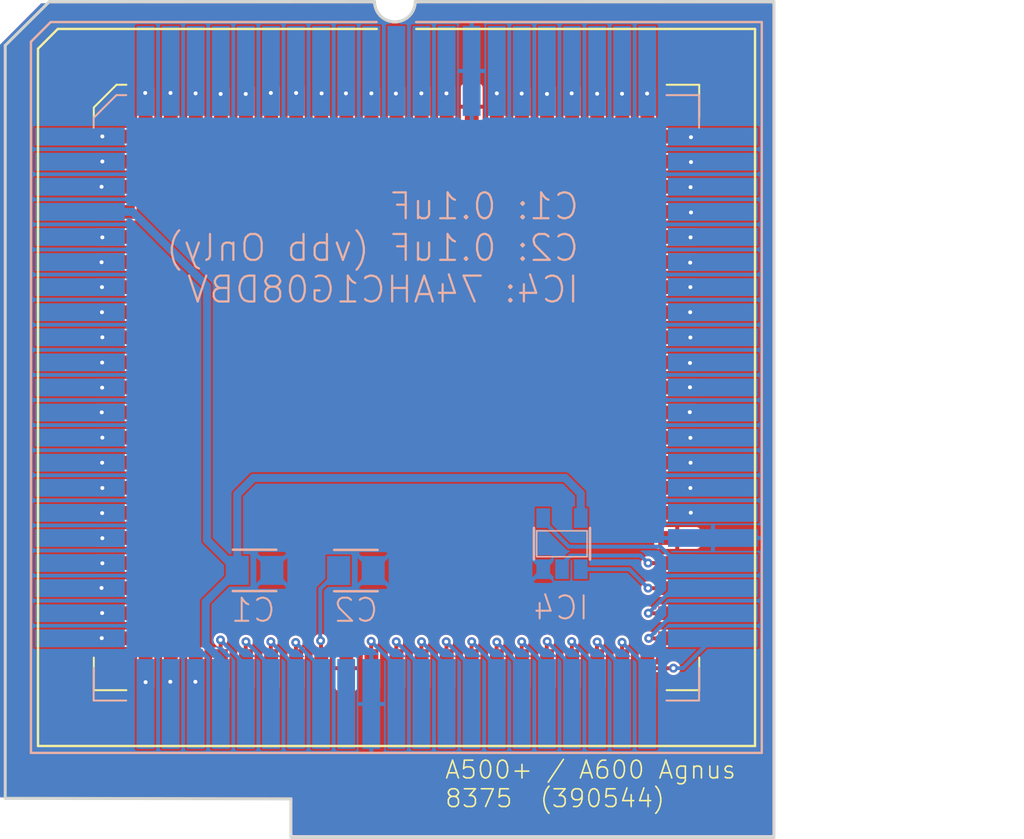
<source format=kicad_pcb>
(kicad_pcb (version 20221018) (generator pcbnew)

  (general
    (thickness 1.6)
  )

  (paper "A4")
  (layers
    (0 "F.Cu" signal)
    (31 "B.Cu" signal)
    (32 "B.Adhes" user "B.Adhesive")
    (33 "F.Adhes" user "F.Adhesive")
    (34 "B.Paste" user)
    (35 "F.Paste" user)
    (36 "B.SilkS" user "B.Silkscreen")
    (37 "F.SilkS" user "F.Silkscreen")
    (38 "B.Mask" user)
    (39 "F.Mask" user)
    (40 "Dwgs.User" user "User.Drawings")
    (41 "Cmts.User" user "User.Comments")
    (42 "Eco1.User" user "User.Eco1")
    (43 "Eco2.User" user "User.Eco2")
    (44 "Edge.Cuts" user)
    (45 "Margin" user)
    (46 "B.CrtYd" user "B.Courtyard")
    (47 "F.CrtYd" user "F.Courtyard")
    (48 "B.Fab" user)
    (49 "F.Fab" user)
    (50 "User.1" user)
    (51 "User.2" user)
    (52 "User.3" user)
    (53 "User.4" user)
    (54 "User.5" user)
    (55 "User.6" user)
    (56 "User.7" user)
    (57 "User.8" user)
    (58 "User.9" user)
  )

  (setup
    (stackup
      (layer "F.SilkS" (type "Top Silk Screen"))
      (layer "F.Paste" (type "Top Solder Paste"))
      (layer "F.Mask" (type "Top Solder Mask") (thickness 0.01))
      (layer "F.Cu" (type "copper") (thickness 0.035))
      (layer "dielectric 1" (type "core") (thickness 1.51) (material "FR4") (epsilon_r 4.5) (loss_tangent 0.02))
      (layer "B.Cu" (type "copper") (thickness 0.035))
      (layer "B.Mask" (type "Bottom Solder Mask") (thickness 0.01))
      (layer "B.Paste" (type "Bottom Solder Paste"))
      (layer "B.SilkS" (type "Bottom Silk Screen"))
      (copper_finish "None")
      (dielectric_constraints no)
    )
    (pad_to_mask_clearance 0)
    (pcbplotparams
      (layerselection 0x00010fc_ffffffff)
      (plot_on_all_layers_selection 0x0000000_00000000)
      (disableapertmacros false)
      (usegerberextensions false)
      (usegerberattributes true)
      (usegerberadvancedattributes true)
      (creategerberjobfile true)
      (dashed_line_dash_ratio 12.000000)
      (dashed_line_gap_ratio 3.000000)
      (svgprecision 4)
      (plotframeref false)
      (viasonmask false)
      (mode 1)
      (useauxorigin false)
      (hpglpennumber 1)
      (hpglpenspeed 20)
      (hpglpendiameter 15.000000)
      (dxfpolygonmode true)
      (dxfimperialunits true)
      (dxfusepcbnewfont true)
      (psnegative false)
      (psa4output false)
      (plotreference true)
      (plotvalue true)
      (plotinvisibletext false)
      (sketchpadsonfab false)
      (subtractmaskfromsilk false)
      (outputformat 1)
      (mirror false)
      (drillshape 1)
      (scaleselection 1)
      (outputdirectory "")
    )
  )

  (net 0 "")
  (net 1 "VCC")
  (net 2 "GND")
  (net 3 "Net-(IC1A-14M)")
  (net 4 "/DRD13")
  (net 5 "/DRD12")
  (net 6 "/DRD11")
  (net 7 "/DRD10")
  (net 8 "/DRD9")
  (net 9 "/DRD8")
  (net 10 "/DRD7")
  (net 11 "/DRD6")
  (net 12 "/DRD5")
  (net 13 "/DRD4")
  (net 14 "/DRD3")
  (net 15 "/DRD2")
  (net 16 "/DRD1")
  (net 17 "/DRD0")
  (net 18 "Net-(IC1A-~{RESET})")
  (net 19 "Net-(IC1A-~{INTRQ})")
  (net 20 "Net-(IC1A-DMAL)")
  (net 21 "Net-(IC1A-~{BLISS})")
  (net 22 "Net-(IC1A-~{BLIT})")
  (net 23 "Net-(IC1A-~{WE})")
  (net 24 "Net-(IC1A-R~{W})")
  (net 25 "Net-(IC1A-~{REGEN})")
  (net 26 "Net-(IC1A-~{AS})")
  (net 27 "Net-(IC1A-~{RAMEN})")
  (net 28 "/RGA8")
  (net 29 "/RGA7")
  (net 30 "/RGA6")
  (net 31 "/RGA5")
  (net 32 "/RGA4")
  (net 33 "/RGA3")
  (net 34 "/RGA2")
  (net 35 "/RGA1")
  (net 36 "Net-(IC1A-28M)")
  (net 37 "/A20")
  (net 38 "Net-(IC1A-~{CDAC})")
  (net 39 "Net-(IC1A-7M)")
  (net 40 "Net-(IC1A-CCKQ)")
  (net 41 "Net-(IC1A-CCK)")
  (net 42 "/DRA0")
  (net 43 "/DRA1")
  (net 44 "/DRA2")
  (net 45 "/DRA3")
  (net 46 "/DRA4")
  (net 47 "/DRA5")
  (net 48 "/DRA6")
  (net 49 "/DRA7")
  (net 50 "/DRA8")
  (net 51 "Net-(IC1A-~{LDS})")
  (net 52 "Net-(IC1A-~{UDS})")
  (net 53 "Net-(IC1A-~{CASL})")
  (net 54 "Net-(IC1A-~{CASU})")
  (net 55 "/DRA9")
  (net 56 "Net-(IC1A-~{RAS1})")
  (net 57 "Net-(IC1A-~{RAS0})")
  (net 58 "/A19")
  (net 59 "/A1")
  (net 60 "/A2")
  (net 61 "/A3")
  (net 62 "/A4")
  (net 63 "/A5")
  (net 64 "/A6")
  (net 65 "/A7")
  (net 66 "/A8")
  (net 67 "/A9")
  (net 68 "/A10")
  (net 69 "/A11")
  (net 70 "/A12")
  (net 71 "/A13")
  (net 72 "/A14")
  (net 73 "/A15")
  (net 74 "/A16")
  (net 75 "/A17")
  (net 76 "/A18")
  (net 77 "Net-(IC1A-~{LPEN})")
  (net 78 "Net-(IC1A-~{VSYNC})")
  (net 79 "Net-(IC1A-~{CSYNC})")
  (net 80 "Net-(IC1A-~{HSYNC})")
  (net 81 "/DRD15")
  (net 82 "/DRD14")
  (net 83 "unconnected-(IC2-PAL{slash}NTSC-Pad41)")
  (net 84 "Net-(IC2-~{RAS})")

  (footprint "Package_LCC:PLCC-84_SMD-Socket" (layer "F.Cu") (at 149.0425 103.38))

  (footprint "AgnusAdaptorv2:CAPC2012X110" (layer "B.Cu") (at 146.9854 112.65))

  (footprint "AgnusAdaptorv2:SOT23-5" (layer "B.Cu") (at 157.42 111.29 180))

  (footprint "AgnusAdaptorv2:APW" (layer "B.Cu") (at 149.035 103.38 180))

  (footprint "AgnusAdaptorv2:CAPC2012X110" (layer "B.Cu") (at 141.8554 112.64))

  (gr_line (start 168.148 126.1618) (end 143.7005 126.1618)
    (stroke (width 0.1524) (type solid)) (layer "Edge.Cuts") (tstamp 40656f11-9971-43d8-b456-1ee8a90b3372))
  (gr_line (start 129.2329 124.178) (end 129.2329 86.062)
    (stroke (width 0.1524) (type solid)) (layer "Edge.Cuts") (tstamp 6bbd29c2-0e46-4200-b382-d473576e3281))
  (gr_line (start 149.99 83.84) (end 168.148 83.8454)
    (stroke (width 0.1524) (type solid)) (layer "Edge.Cuts") (tstamp 77ddb0ae-ada9-4597-93f5-45409ccd8df0))
  (gr_line (start 131.465 83.85) (end 129.2329 86.062)
    (stroke (width 0.1524) (type default)) (layer "Edge.Cuts") (tstamp 89335e73-19de-46ad-b6ca-c8507bbd75ff))
  (gr_arc (start 149.99 83.84) (mid 148.96 84.87) (end 147.93 83.84)
    (stroke (width 0.1524) (type default)) (layer "Edge.Cuts") (tstamp 8b203966-9e0d-43aa-9ee2-4694144526b0))
  (gr_line (start 143.7005 124.206) (end 129.2329 124.178)
    (stroke (width 0.1524) (type solid)) (layer "Edge.Cuts") (tstamp a80fe673-bf9c-4cce-9157-5af67d651983))
  (gr_line (start 168.148 83.8454) (end 168.148 126.1618)
    (stroke (width 0.1524) (type solid)) (layer "Edge.Cuts") (tstamp ecf9f8e1-5ea3-4734-81f8-f6c7a8394726))
  (gr_line (start 131.465 83.85) (end 147.93 83.84)
    (stroke (width 0.1524) (type solid)) (layer "Edge.Cuts") (tstamp f33339d2-59a8-4ce5-979e-ae275c7fd174))
  (gr_line (start 143.7005 126.1618) (end 143.7005 124.206)
    (stroke (width 0.1524) (type solid)) (layer "Edge.Cuts") (tstamp f7df5e5d-e6db-4f47-874a-93b632daa822))
  (gr_text "C1: 0.1uF\nC2: 0.1uF (vbb Only)\nIC4: 74AHC1G08DBV" (at 158.369 93.4466) (layer "B.SilkS") (tstamp 6c43792f-e10d-4e21-823d-ac16f59c8fe1)
    (effects (font (size 1.308608 1.308608) (thickness 0.113792)) (justify left top mirror))
  )
  (gr_text "A500+ / A600 Agnus \n8375  (390544)" (at 151.44 124.71) (layer "F.SilkS") (tstamp 4451709a-5b0d-48b3-ae23-459c31121360)
    (effects (font (size 0.9 0.9) (thickness 0.08128)) (justify left bottom))
  )
  (gr_text "Design By Mike Taylor / Stefan Reinauer 2023" (at 144.61 125.68) (layer "F.Mask") (tstamp a73312ee-55da-4b67-bb93-63bc7ca4ff3b)
    (effects (font (size 0.560832 0.560832) (thickness 0.048768)) (justify left bottom))
  )
  (gr_text "A3000 Agnus Adapter V2" (at 130.39 123.53) (layer "F.Mask") (tstamp d6665fe9-5dd2-4f30-8d40-4c5e87555f60)
    (effects (font (size 0.93472 0.93472) (thickness 0.08128)) (justify left bottom))
  )

  (segment (start 158.37 108.75) (end 158.37 109.99) (width 0.4064) (layer "B.Cu") (net 1) (tstamp 052d9c3a-cd1a-4f6a-a957-85ef5e2db6cf))
  (segment (start 140.145 117.165) (end 139.38 116.4) (width 0.4064) (layer "B.Cu") (net 1) (tstamp 1874eea6-724b-4440-aec7-646525fb90a9))
  (segment (start 135.6914 94.49) (end 139.45 98.2486) (width 0.4064) (layer "B.Cu") (net 1) (tstamp 1e5ae556-6126-4f96-a8c7-876010507e89))
  (segment (start 157.58 107.96) (end 158.25 108.63) (width 0.4064) (layer "B.Cu") (net 1) (tstamp 3829aa90-4275-4ce1-ad8f-3e3ad15fdf7d))
  (segment (start 133.01 94.49) (end 135.6914 94.49) (width 0.4064) (layer "B.Cu") (net 1) (tstamp 3c714d3d-ecc1-4037-9950-eb648541d88f))
  (segment (start 140.145 119.405) (end 140.145 117.165) (width 0.4064) (layer "B.Cu") (net 1) (tstamp 3fbb5188-19e7-469f-b9cf-5b48c22361f8))
  (segment (start 139.38 114.24) (end 140.98 112.64) (width 0.4064) (layer "B.Cu") (net 1) (tstamp 5246341e-d6c1-4950-b9bf-80918e39aa6f))
  (segment (start 139.45 98.2486) (end 139.45 111.11) (width 0.4064) (layer "B.Cu") (net 1) (tstamp 609d661e-8b92-4201-aefa-b5ccbdc6ca4c))
  (segment (start 158.25 108.63) (end 158.37 108.75) (width 0.4064) (layer "B.Cu") (net 1) (tstamp 65859df6-7717-49c9-85bd-4eb925ef179e))
  (segment (start 140.98 108.78) (end 141.8 107.96) (width 0.4064) (layer "B.Cu") (net 1) (tstamp 88f321a3-1008-4bdf-86c8-bfe525b175f4))
  (segment (start 139.45 111.11) (end 140.98 112.64) (width 0.4064) (layer "B.Cu") (net 1) (tstamp be20c17c-8231-428d-b102-864bd9cebdeb))
  (segment (start 139.38 116.4) (end 139.38 114.24) (width 0.4064) (layer "B.Cu") (net 1) (tstamp cb3d0483-27d6-466e-92f6-af208d0d2fbe))
  (segment (start 141.8 107.96) (end 157.58 107.96) (width 0.4064) (layer "B.Cu") (net 1) (tstamp dcc122a9-1882-44ce-bc9e-c9f9e6587c36))
  (segment (start 140.98 112.64) (end 140.98 108.78) (width 0.4064) (layer "B.Cu") (net 1) (tstamp e471e312-df07-4218-bba1-b9e0ad221711))
  (segment (start 145.22 117.595) (end 145.22 116.24) (width 0.2) (layer "F.Cu") (net 3) (tstamp ae86b3f6-0940-4a05-90c6-d983320a26ba))
  (via micro (at 145.2 116.2) (size 0.45) (drill 0.2) (layers "F.Cu" "B.Cu") (net 3) (tstamp 9cd77f18-0198-4192-a203-c033d2397c1e))
  (segment (start 146.11 112.65) (end 145.18 113.58) (width 0.2) (layer "B.Cu") (net 3) (tstamp 27c1ab97-e5e6-4505-87cf-31898f8f922b))
  (segment (start 145.18 113.58) (end 145.18 116.18) (width 0.2) (layer "B.Cu") (net 3) (tstamp aecf378c-a1ad-49ff-ba1c-12967f976880))
  (segment (start 145.18 116.18) (end 145.2 116.2) (width 0.2) (layer "B.Cu") (net 3) (tstamp da02be79-13d3-4f9b-8680-66bf66df8767))
  (via micro (at 149.01 88.5) (size 0.45) (drill 0.2) (layers "F.Cu" "B.Cu") (net 4) (tstamp 95f056b8-2619-4414-897b-7323e2f5d815))
  (via micro (at 147.77 88.49) (size 0.45) (drill 0.2) (layers "F.Cu" "B.Cu") (net 5) (tstamp ad3656fc-3261-49ed-884a-a44cb7da04b7))
  (via micro (at 146.48 88.49) (size 0.45) (drill 0.2) (layers "F.Cu" "B.Cu") (net 6) (tstamp ffc5881c-3eaa-453b-aaeb-7d124e772235))
  (via micro (at 145.25 88.49) (size 0.45) (drill 0.2) (layers "F.Cu" "B.Cu") (net 7) (tstamp 3eb31d2b-a9f1-40e1-b9e5-c266cd716760))
  (via micro (at 143.96 88.47) (size 0.45) (drill 0.2) (layers "F.Cu" "B.Cu") (net 8) (tstamp 1e87856c-fe06-45d8-a9d7-ca2e40afdcf9))
  (via micro (at 142.68 88.47) (size 0.45) (drill 0.2) (layers "F.Cu" "B.Cu") (net 9) (tstamp c66b7918-ac97-4ea0-9e1b-9f2d122c1d47))
  (via micro (at 141.41 88.52) (size 0.45) (drill 0.2) (layers "F.Cu" "B.Cu") (net 10) (tstamp c0e4fe8b-767d-4c7f-be5c-9f20bf4b1d74))
  (via micro (at 140.14 88.52) (size 0.45) (drill 0.2) (layers "F.Cu" "B.Cu") (net 11) (tstamp d212de8e-9d0f-44bb-807f-df5d34a0389f))
  (via micro (at 138.87 88.49) (size 0.45) (drill 0.2) (layers "F.Cu" "B.Cu") (net 12) (tstamp 597d8541-92e4-4fe5-9c77-f4457a217553))
  (via micro (at 137.6 88.47) (size 0.45) (drill 0.2) (layers "F.Cu" "B.Cu") (net 13) (tstamp f6bb1734-b290-4bdc-bc8a-76f57cf0f5c7))
  (via micro (at 136.32 88.47) (size 0.45) (drill 0.2) (layers "F.Cu" "B.Cu") (net 14) (tstamp e4bb7e29-4718-4d56-9002-23018785b224))
  (via micro (at 134.15 90.67) (size 0.45) (drill 0.2) (layers "F.Cu" "B.Cu") (net 15) (tstamp 33da92ca-9c96-4ed9-b409-8f84d9ae0a05))
  (via micro (at 134.15 91.94) (size 0.45) (drill 0.2) (layers "F.Cu" "B.Cu") (net 16) (tstamp e6c6447b-d21a-43c9-941f-6ef441d9cac5))
  (via micro (at 134.11 93.22) (size 0.45) (drill 0.2) (layers "F.Cu" "B.Cu") (net 17) (tstamp 8aba6a57-2b94-4b69-846c-498cf9f7611a))
  (via micro (at 134.15 95.78) (size 0.45) (drill 0.2) (layers "F.Cu" "B.Cu") (net 18) (tstamp 5a6eb15c-e21f-4896-b585-d9d1027c54c4))
  (via micro (at 134.11 97.04) (size 0.45) (drill 0.2) (layers "F.Cu" "B.Cu") (net 19) (tstamp cd6fbc06-c85c-4a94-ac26-93e43a4642aa))
  (via micro (at 134.13 98.3) (size 0.45) (drill 0.2) (layers "F.Cu" "B.Cu") (net 20) (tstamp 8fa8a90b-5a9e-4548-a477-a457e9ef1967))
  (via micro (at 134.13 99.57) (size 0.45) (drill 0.2) (layers "F.Cu" "B.Cu") (net 21) (tstamp dc2c8c05-c857-4f00-b8e7-4b6f74022640))
  (via micro (at 134.15 100.84) (size 0.45) (drill 0.2) (layers "F.Cu" "B.Cu") (net 22) (tstamp e7ff7454-ff10-42e4-8dea-7913f3049f1b))
  (via micro (at 134.14 102.12) (size 0.45) (drill 0.2) (layers "F.Cu" "B.Cu") (net 23) (tstamp ac875b10-479a-4785-a7b6-6568e065a241))
  (via micro (at 134.14 103.39) (size 0.45) (drill 0.2) (layers "F.Cu" "B.Cu") (net 24) (tstamp 1b479917-eb24-49f8-8490-af2fb4ffef59))
  (via micro (at 134.12 104.64) (size 0.45) (drill 0.2) (layers "F.Cu" "B.Cu") (net 25) (tstamp daf85625-6c16-4aae-8e7f-28a6e484cc56))
  (via micro (at 134.15 105.92) (size 0.45) (drill 0.2) (layers "F.Cu" "B.Cu") (net 26) (tstamp aa781128-4f38-4e17-8fd6-a027047be488))
  (via micro (at 134.14 107.19) (size 0.45) (drill 0.2) (layers "F.Cu" "B.Cu") (net 27) (tstamp 143931fc-1da1-47bf-8407-fd8e10aa6b59))
  (via micro (at 134.15 108.47) (size 0.45) (drill 0.2) (layers "F.Cu" "B.Cu") (net 28) (tstamp 33cb4c34-7783-41d4-889e-8bed50bda3f4))
  (via micro (at 134.14 109.74) (size 0.45) (drill 0.2) (layers "F.Cu" "B.Cu") (net 29) (tstamp a2b25721-b5e1-40f4-91ad-2aeb2bb1a036))
  (via micro (at 134.15 111.01) (size 0.45) (drill 0.2) (layers "F.Cu" "B.Cu") (net 30) (tstamp 5c82e6eb-9388-4e53-8bd8-5d341d3782ce))
  (via micro (at 134.15 112.28) (size 0.45) (drill 0.2) (layers "F.Cu" "B.Cu") (net 31) (tstamp 208dd188-dcd7-4a21-aaf6-2d05ca55967b))
  (via micro (at 134.11 113.53) (size 0.45) (drill 0.2) (layers "F.Cu" "B.Cu") (net 32) (tstamp 7c8e70ba-0d10-4079-8d16-3b5405af13c9))
  (via micro (at 134.14 114.8) (size 0.45) (drill 0.2) (layers "F.Cu" "B.Cu") (net 33) (tstamp 9d873615-e9e7-45fc-8b1b-35177923c06a))
  (via micro (at 134.12 116.07) (size 0.45) (drill 0.2) (layers "F.Cu" "B.Cu") (net 34) (tstamp eda9f1c1-50d4-4556-b7bc-bf6f686c1380))
  (via micro (at 136.34 118.3) (size 0.45) (drill 0.2) (layers "F.Cu" "B.Cu") (net 35) (tstamp 7fcf5b54-974b-4eb5-9430-8b4cb6e8b006))
  (via micro (at 137.59 118.28) (size 0.45) (drill 0.2) (layers "F.Cu" "B.Cu") (net 36) (tstamp 704c5819-bac2-4245-b889-59dcb34705b8))
  (via micro (at 138.86 118.28) (size 0.45) (drill 0.2) (layers "F.Cu" "B.Cu") (net 37) (tstamp 8739623b-822f-45f9-b829-7ebfe0d228c0))
  (segment (start 140.14 117.595) (end 140.14 116.32) (width 0.2) (layer "F.Cu") (net 38) (tstamp 17e43faa-671a-468c-ad31-c538c87574c2))
  (via micro (at 140.13 116.16) (size 0.45) (drill 0.2) (layers "F.Cu" "B.Cu") (net 38) (tstamp f31e3abe-62de-474c-ba7e-62e6528adae2))
  (segment (start 141.415 117.445) (end 141.415 119.405) (width 0.2) (layer "B.Cu") (net 38) (tstamp 3115f4a5-e7b1-443d-9e33-9eb9c5e45710))
  (segment (start 140.13 116.16) (end 141.415 117.445) (width 0.2) (layer "B.Cu") (net 38) (tstamp 409fae3b-fe3e-4f29-977b-c520d3a93fee))
  (segment (start 141.41 117.595) (end 141.41 116.35) (width 0.2) (layer "F.Cu") (net 39) (tstamp 3248f6af-2377-493f-9edf-4b3046ba08d1))
  (via micro (at 141.42 116.25) (size 0.45) (drill 0.2) (layers "F.Cu" "B.Cu") (net 39) (tstamp 0b608fc4-2681-4e76-8400-4339f3c63258))
  (segment (start 142.685 117.515) (end 142.685 119.405) (width 0.2) (layer "B.Cu") (net 39) (tstamp 6fae5737-a27d-4df7-ad1d-0c5303b7691a))
  (segment (start 141.42 116.25) (end 142.685 117.515) (width 0.2) (layer "B.Cu") (net 39) (tstamp 7bdab249-9de1-4a05-9c05-82631add405a))
  (segment (start 142.68 117.595) (end 142.68 116.35) (width 0.2) (layer "F.Cu") (net 40) (tstamp 44fa0cfb-1bab-4888-a563-dac25507900c))
  (segment (start 142.68 116.35) (end 142.69 116.34) (width 0.2) (layer "F.Cu") (net 40) (tstamp 945f4b1b-11d4-4513-8155-c3c2e29d13a7))
  (via micro (at 142.68 116.25) (size 0.45) (drill 0.2) (layers "F.Cu" "B.Cu") (net 40) (tstamp 97b6e717-6a79-449c-9154-07c17791a2be))
  (segment (start 143.955 117.525) (end 143.955 119.405) (width 0.2) (layer "B.Cu") (net 40) (tstamp 432589f6-7f46-4423-adc8-9871658d7f0e))
  (segment (start 142.68 116.25) (end 143.955 117.525) (width 0.2) (layer "B.Cu") (net 40) (tstamp d87acc7e-ca22-4f0a-8e39-454f50608732))
  (segment (start 143.95 117.595) (end 143.95 116.43) (width 0.2) (layer "F.Cu") (net 41) (tstamp 9cd7f7f1-562f-4800-9d84-42470db44924))
  (segment (start 143.95 116.43) (end 143.96 116.42) (width 0.2) (layer "F.Cu") (net 41) (tstamp b6018fed-112a-4ce6-8077-994f69dac5fc))
  (via micro (at 143.94 116.29) (size 0.45) (drill 0.2) (layers "F.Cu" "B.Cu") (net 41) (tstamp 55e802cd-257b-4c64-91e2-418b82ec4940))
  (segment (start 143.94 116.29) (end 145.225 117.575) (width 0.2) (layer "B.Cu") (net 41) (tstamp 21b9193c-2970-4971-a3b7-aa3aa710dafb))
  (segment (start 145.225 117.575) (end 145.225 119.405) (width 0.2) (layer "B.Cu") (net 41) (tstamp 3678604b-cfe7-48d0-a9d4-940f59a4342f))
  (segment (start 147.76 116.34) (end 147.77 116.33) (width 0.2) (layer "F.Cu") (net 42) (tstamp 0c9d4e21-c8de-413c-a94a-49979f189d67))
  (segment (start 147.76 117.595) (end 147.76 116.34) (width 0.2) (layer "F.Cu") (net 42) (tstamp 554cc0a6-acbb-4a52-9d42-a7c18430b740))
  (via micro (at 147.76 116.23) (size 0.45) (drill 0.2) (layers "F.Cu" "B.Cu") (net 42) (tstamp 1b751dde-f96a-4f9a-baff-f64f6e8939ff))
  (segment (start 149.035 117.505) (end 149.035 119.405) (width 0.2) (layer "B.Cu") (net 42) (tstamp 525fbab9-eb7c-4fc6-9bfe-7d718540ecfe))
  (segment (start 147.76 116.23) (end 149.035 117.505) (width 0.2) (layer "B.Cu") (net 42) (tstamp 9d43da62-b633-4529-8603-8cf4b7a3cded))
  (segment (start 149.03 117.595) (end 149.03 116.34) (width 0.2) (layer "F.Cu") (net 43) (tstamp 129b68dc-6e84-4e06-af71-b342b3002646))
  (segment (start 149.03 116.34) (end 149.01 116.32) (width 0.2) (layer "F.Cu") (net 43) (tstamp 79b28a7d-0c50-4bf4-a818-7d9a32d313ce))
  (via micro (at 149.03 116.25) (size 0.45) (drill 0.2) (layers "F.Cu" "B.Cu") (net 43) (tstamp 2f85afa2-2ef3-414c-8345-6cec6f5965b0))
  (segment (start 150.305 117.525) (end 150.305 119.405) (width 0.2) (layer "B.Cu") (net 43) (tstamp 0f32d8ea-3eff-4fb2-9dff-0f73b59ea1ac))
  (segment (start 149.03 116.25) (end 150.305 117.525) (width 0.2) (layer "B.Cu") (net 43) (tstamp 5a8ba7fe-dd03-4ccf-a3b4-b897b7b7cabe))
  (segment (start 150.3 117.595) (end 150.3 116.35) (width 0.2) (layer "F.Cu") (net 44) (tstamp 886ea448-d856-4f11-802b-b6fe375ee464))
  (via micro (at 150.31 116.25) (size 0.45) (drill 0.2) (layers "F.Cu" "B.Cu") (net 44) (tstamp e4e7eafc-f9dc-4552-b62e-3cff605db482))
  (segment (start 151.575 117.515) (end 151.575 119.405) (width 0.2) (layer "B.Cu") (net 44) (tstamp 75e5433a-c076-4e9c-a251-9a013759b7e7))
  (segment (start 150.31 116.25) (end 151.575 117.515) (width 0.2) (layer "B.Cu") (net 44) (tstamp b9e0a331-1378-407a-abb1-2db271bec9be))
  (segment (start 151.57 117.595) (end 151.57 116.31) (width 0.2) (layer "F.Cu") (net 45) (tstamp 1c2111b9-6931-440d-9c19-771bfbebe395))
  (segment (start 151.57 116.31) (end 151.56 116.3) (width 0.2) (layer "F.Cu") (net 45) (tstamp 326af095-f825-41b1-a7f4-5fa75d610a2e))
  (via micro (at 151.56 116.25) (size 0.45) (drill 0.2) (layers "F.Cu" "B.Cu") (net 45) (tstamp a1a18a3c-7e2f-4d75-ba5b-78d41f69dfa3))
  (segment (start 151.56 116.25) (end 152.845 117.535) (width 0.2) (layer "B.Cu") (net 45) (tstamp 15c293a0-5af2-477a-ac65-6dc2b5387897))
  (segment (start 152.845 117.535) (end 152.845 119.405) (width 0.2) (layer "B.Cu") (net 45) (tstamp 643e2e3c-b595-43ff-8f4f-79c58add70fb))
  (segment (start 152.84 117.595) (end 152.84 116.23) (width 0.2) (layer "F.Cu") (net 46) (tstamp b6d70bbe-ea18-4baf-8850-d82b9dfe9aec))
  (via micro (at 152.85 116.25) (size 0.45) (drill 0.2) (layers "F.Cu" "B.Cu") (net 46) (tstamp b2ed6639-86ec-4a55-a16b-6cabe0574481))
  (segment (start 154.115 117.515) (end 154.115 119.405) (width 0.2) (layer "B.Cu") (net 46) (tstamp 5fd12768-d7dc-43f3-9748-4573cdbce6c9))
  (segment (start 152.85 116.25) (end 154.115 117.515) (width 0.2) (layer "B.Cu") (net 46) (tstamp affdc7a4-8fc1-46b1-9245-ef2954e915ed))
  (segment (start 154.11 117.595) (end 154.11 116.37) (width 0.2) (layer "F.Cu") (net 47) (tstamp a55daf64-5909-4fcb-b280-b6da85b6c102))
  (via micro (at 154.12 116.27) (size 0.45) (drill 0.2) (layers "F.Cu" "B.Cu") (net 47) (tstamp 80b80dce-8a75-40fc-b048-cba6ffa527c3))
  (segment (start 154.12 116.27) (end 155.385 117.535) (width 0.2) (layer "B.Cu") (net 47) (tstamp 88a36cc4-add0-4f7c-b14d-1e4be889df5f))
  (segment (start 155.385 117.535) (end 155.385 119.405) (width 0.2) (layer "B.Cu") (net 47) (tstamp cffd4ff4-fc62-4568-aab5-0f2cf4aae733))
  (segment (start 155.38 116.34) (end 155.37 116.33) (width 0.2) (layer "F.Cu") (net 48) (tstamp 04fa0c4b-1583-4458-96e0-27d5502429b2))
  (segment (start 155.38 117.595) (end 155.38 116.34) (width 0.2) (layer "F.Cu") (net 48) (tstamp 41a50d05-db79-44a4-854a-cd1264761ba0))
  (via micro (at 155.38 116.25) (size 0.45) (drill 0.2) (layers "F.Cu" "B.Cu") (net 48) (tstamp eebfecde-bc89-4b73-93d1-bfed6bf3082e))
  (segment (start 156.655 117.525) (end 156.655 119.405) (width 0.2) (layer "B.Cu") (net 48) (tstamp d908a7ab-dc95-4e80-85c6-dcc009d5836b))
  (segment (start 155.38 116.25) (end 156.655 117.525) (width 0.2) (layer "B.Cu") (net 48) (tstamp ed0f182b-a778-47dc-8a90-15c26d0c0af6))
  (segment (start 156.65 116.29) (end 156.67 116.27) (width 0.2) (layer "F.Cu") (net 49) (tstamp 340f7163-581c-4f42-9041-a8d86b3de66c))
  (segment (start 156.65 117.595) (end 156.65 116.29) (width 0.2) (layer "F.Cu") (net 49) (tstamp 9444a405-78ee-44b3-96de-b4be2f1fa7d3))
  (via micro (at 156.67 116.24) (size 0.45) (drill 0.2) (layers "F.Cu" "B.Cu") (net 49) (tstamp 80378144-779c-41e9-87db-0e0f37eb5704))
  (segment (start 157.925 117.495) (end 157.925 119.405) (width 0.2) (layer "B.Cu") (net 49) (tstamp 57a75a2f-89b6-4a54-a83f-dae36ec6c169))
  (segment (start 156.67 116.24) (end 157.925 117.495) (width 0.2) (layer "B.Cu") (net 49) (tstamp 826ea7df-ba20-4bde-8943-bcd0e3405858))
  (segment (start 157.92 117.595) (end 157.92 116.22) (width 0.2) (layer "F.Cu") (net 50) (tstamp 1c40585c-a7c4-4dc7-8173-48d3f7772f15))
  (via micro (at 157.91 116.24) (size 0.45) (drill 0.2) (layers "F.Cu" "B.Cu") (net 50) (tstamp b5084544-9861-408a-93bb-eef53afabc0d))
  (segment (start 159.195 117.525) (end 159.195 119.405) (width 0.2) (layer "B.Cu") (net 50) (tstamp 383a391c-ebf2-44ab-97f2-a993e7ec2fbf))
  (segment (start 157.91 116.24) (end 159.195 117.525) (width 0.2) (layer "B.Cu") (net 50) (tstamp 7bbf330c-d335-4e87-8d5b-a4d8cfac1547))
  (segment (start 159.19 117.595) (end 159.19 116.23) (width 0.2) (layer "F.Cu") (net 51) (tstamp 6dec0c8b-b143-40f3-9d16-eb1fe97cc176))
  (segment (start 159.19 116.23) (end 159.18 116.22) (width 0.2) (layer "F.Cu") (net 51) (tstamp e86fb479-814a-4c00-9038-3ece44b79cb5))
  (via micro (at 159.2 116.26) (size 0.45) (drill 0.2) (layers "F.Cu" "B.Cu") (net 51) (tstamp ceb5b6d2-7b7e-46f0-bffe-3659284bd27f))
  (segment (start 159.2 116.26) (end 160.465 117.525) (width 0.2) (layer "B.Cu") (net 51) (tstamp ec9c10fb-22f1-4b6c-bea6-9c6e50157dde))
  (segment (start 160.465 117.525) (end 160.465 119.405) (width 0.2) (layer "B.Cu") (net 51) (tstamp ed5d585d-190a-45a7-b49f-66d90e041bb2))
  (segment (start 160.46 117.595) (end 160.46 116.28) (width 0.2) (layer "F.Cu") (net 52) (tstamp c3c25b0d-857d-4af1-abf8-bbf559c3df9d))
  (via micro (at 160.46 116.28) (size 0.45) (drill 0.2) (layers "F.Cu" "B.Cu") (net 52) (tstamp 64c0fb1d-2c98-4642-888e-a0889fc6893e))
  (segment (start 160.46 116.28) (end 161.735 117.555) (width 0.2) (layer "B.Cu") (net 52) (tstamp 8d4649e5-5c05-4a9c-b5d4-4f725fc0f9c7))
  (segment (start 161.735 117.555) (end 161.735 119.405) (width 0.2) (layer "B.Cu") (net 52) (tstamp ea964e9f-39d0-43f0-a9cd-e56a20e5a681))
  (segment (start 161.73 117.595) (end 163.065 117.595) (width 0.2) (layer "F.Cu") (net 53) (tstamp 59d04a9e-8563-48a4-8e3a-a8bc55781a51))
  (segment (start 163.065 117.595) (end 163.07 117.59) (width 0.2) (layer "F.Cu") (net 53) (tstamp d655336f-00d4-4db1-ace3-771d405e11c8))
  (via micro (at 163.06 117.59) (size 0.45) (drill 0.2) (layers "F.Cu" "B.Cu") (net 53) (tstamp bc1553e0-aff2-4051-bed6-70848b378e7e))
  (segment (start 163.06 117.59) (end 163.55 117.59) (width 0.2) (layer "B.Cu") (net 53) (tstamp c927e79c-94cf-454f-b7b6-9f335a5634d3))
  (segment (start 163.55 117.59) (end 165.06 116.08) (width 0.2) (layer "B.Cu") (net 53) (tstamp fe396fe1-f418-48e5-8f2d-5d915908e0cb))
  (segment (start 163.2425 116.0825) (end 161.8725 116.0825) (width 0.2) (layer "F.Cu") (net 54) (tstamp 2fe363b4-e764-4924-a3a4-ce60d03968d0))
  (segment (start 161.8725 116.0825) (end 161.87 116.08) (width 0.2) (layer "F.Cu") (net 54) (tstamp 7433d9d8-48ba-4cd7-8f1a-f4a348398ec5))
  (via micro (at 161.81 116.08) (size 0.45) (drill 0.2) (layers "F.Cu" "B.Cu") (net 54) (tstamp 69857a7b-5288-46af-8530-d216b2af4ce5))
  (segment (start 163.08 114.81) (end 165.06 114.81) (width 0.2) (layer "B.Cu") (net 54) (tstamp caddb99d-fa31-484e-acb9-84bd23798036))
  (segment (start 161.81 116.08) (end 163.08 114.81) (width 0.2) (layer "B.Cu") (net 54) (tstamp d7c8b766-0508-42f0-8697-64c48338be41))
  (segment (start 163.2425 114.8125) (end 161.9275 114.8125) (width 0.2) (layer "F.Cu") (net 55) (tstamp 8041bb1d-1c12-420e-8ba1-23a61e3489ba))
  (segment (start 161.9275 114.8125) (end 161.92 114.82) (width 0.2) (layer "F.Cu") (net 55) (tstamp cdf12b59-0118-4302-9376-fde1be099155))
  (via micro (at 161.79 114.81) (size 0.45) (drill 0.2) (layers "F.Cu" "B.Cu") (net 55) (tstamp 382f1ddf-a41b-4b2d-8ab6-eedf0342e1fb))
  (segment (start 163.06 113.54) (end 165.06 113.54) (width 0.2) (layer "B.Cu") (net 55) (tstamp 94974f2a-ce73-43c3-9b33-876e7094cb3b))
  (segment (start 161.79 114.81) (end 163.06 113.54) (width 0.2) (layer "B.Cu") (net 55) (tstamp cef2c324-7c5c-4f07-953d-0bcd0803162d))
  (segment (start 163.2425 113.5425) (end 161.9825 113.5425) (width 0.2) (layer "F.Cu") (net 56) (tstamp 8ddabbc5-d8d4-471b-b4e6-f3543357054e))
  (via micro (at 161.78 113.54) (size 0.45) (drill 0.2) (layers "F.Cu" "B.Cu") (net 56) (tstamp 85c07107-049a-4c1c-beb5-7e4094f86cc4))
  (segment (start 160.82 112.58) (end 161.78 113.54) (width 0.2) (layer "B.Cu") (net 56) (tstamp 4d4fb813-6d6b-43a6-8fa1-a14758173a09))
  (segment (start 158.37 112.58) (end 160.82 112.58) (width 0.2) (layer "B.Cu") (net 56) (tstamp cbc30786-4aa5-4990-b1e0-be1da4e8c7a2))
  (segment (start 162.0075 112.2725) (end 162 112.28) (width 0.2) (layer "F.Cu") (net 57) (tstamp 9c836800-41c7-4bc4-8a71-d5cf158d004f))
  (segment (start 163.2425 112.2725) (end 162.0075 112.2725) (width 0.2) (layer "F.Cu") (net 57) (tstamp c7a73abb-b4a5-486e-a067-557265587fba))
  (via micro (at 161.78 112.27) (size 0.45) (drill 0.2) (layers "F.Cu" "B.Cu") (net 57) (tstamp 89f60579-4903-458b-8c57-30137f2ad8d7))
  (segment (start 161.4 111.89) (end 161.78 112.27) (width 0.2) (layer "B.Cu") (net 57) (tstamp 00a80340-ece0-4987-926c-b1d90e3ee149))
  (segment (start 157.42 112.58) (end 157.42 112.3122) (width 0.2) (layer "B.Cu") (net 57) (tstamp 3b21002f-ea2a-4f5f-9cc4-d80ffebd2850))
  (segment (start 157.42 112.3122) (end 157.8422 111.89) (width 0.2) (layer "B.Cu") (net 57) (tstamp 59e4ec4a-e367-4721-8e1d-7dc338b3d0b7))
  (segment (start 157.8422 111.89) (end 161.4 111.89) (width 0.2) (layer "B.Cu") (net 57) (tstamp ff4c934d-e252-44bc-881c-8fd8e8d8ad43))
  (via micro (at 163.94 109.72) (size 0.45) (drill 0.2) (layers "F.Cu" "B.Cu") (net 58) (tstamp 991238ba-b967-4e41-915d-edfed35d3d71))
  (via micro (at 163.92 108.47) (size 0.45) (drill 0.2) (layers "F.Cu" "B.Cu") (net 59) (tstamp b69bab39-7cb3-47ed-9bbd-a80ad50d04df))
  (via micro (at 163.93 107.19) (size 0.45) (drill 0.2) (layers "F.Cu" "B.Cu") (net 60) (tstamp a8b89ddf-6230-4808-b1c0-498f9640aba3))
  (via micro (at 163.92 105.93) (size 0.45) (drill 0.2) (layers "F.Cu" "B.Cu") (net 61) (tstamp 51cc9f1a-7279-4106-a7ac-b080fcf5b2fe))
  (via micro (at 163.89 104.63) (size 0.45) (drill 0.2) (layers "F.Cu" "B.Cu") (net 62) (tstamp 834d50ac-2ffa-4936-9733-e74bd220d140))
  (via micro (at 163.9 103.37) (size 0.45) (drill 0.2) (layers "F.Cu" "B.Cu") (net 63) (tstamp 9ac1482e-61a7-4f2d-ac7f-ecd0e5ec01be))
  (via micro (at 163.9 102.14) (size 0.45) (drill 0.2) (layers "F.Cu" "B.Cu") (net 64) (tstamp 729ce121-398a-46ea-b48e-a5a3993b862b))
  (via micro (at 163.92 100.85) (size 0.45) (drill 0.2) (layers "F.Cu" "B.Cu") (net 65) (tstamp 3ed71a48-4cd0-47b1-bfbc-79a99f7dffbe))
  (via micro (at 163.91 99.57) (size 0.45) (drill 0.2) (layers "F.Cu" "B.Cu") (net 66) (tstamp 0451619a-0e0f-4cdf-9858-21727572ffda))
  (via micro (at 163.92 98.3) (size 0.45) (drill 0.2) (layers "F.Cu" "B.Cu") (net 67) (tstamp 0d2f149a-0665-4dad-a646-2250aa4588c8))
  (via micro (at 163.91 97.06) (size 0.45) (drill 0.2) (layers "F.Cu" "B.Cu") (net 68) (tstamp c3f2707d-04a4-4eeb-a406-944ca7893aae))
  (via micro (at 163.93 95.78) (size 0.45) (drill 0.2) (layers "F.Cu" "B.Cu") (net 69) (tstamp ac07f4b3-c3e5-4420-91bd-592bacaef312))
  (via micro (at 163.95 94.52) (size 0.45) (drill 0.2) (layers "F.Cu" "B.Cu") (net 70) (tstamp 1ab14fb2-0402-4083-8fc6-bad6a53d0958))
  (via micro (at 163.93 93.24) (size 0.45) (drill 0.2) (layers "F.Cu" "B.Cu") (net 71) (tstamp 10c47abb-6689-49eb-b517-f558bb0b02d6))
  (via micro (at 163.95 91.97) (size 0.45) (drill 0.2) (layers "F.Cu" "B.Cu") (net 72) (tstamp 3072f8c5-d28d-46ce-8776-1d6ca8e4b904))
  (via micro (at 163.95 90.71) (size 0.45) (drill 0.2) (layers "F.Cu" "B.Cu") (net 73) (tstamp dd0e4c96-267e-41b3-b47b-ff2f9f82884e))
  (via micro (at 161.73 88.5) (size 0.45) (drill 0.2) (layers "F.Cu" "B.Cu") (net 74) (tstamp 842c7122-f7b9-46d7-ab70-a114b46c50d8))
  (via micro (at 160.46 88.51) (size 0.45) (drill 0.2) (layers "F.Cu" "B.Cu") (net 75) (tstamp db33b2fe-0517-40be-abb8-0c99078693b2))
  (via micro (at 159.2 88.51) (size 0.45) (drill 0.2) (layers "F.Cu" "B.Cu") (net 76) (tstamp 39dfce90-f2b6-4dcb-aeed-5c0a7ac082e0))
  (via micro (at 157.91 88.49) (size 0.45) (drill 0.2) (layers "F.Cu" "B.Cu") (net 77) (tstamp 0227efdc-d3fd-4385-aa7e-458be9b61384))
  (via micro (at 156.66 88.52) (size 0.45) (drill 0.2) (layers "F.Cu" "B.Cu") (net 78) (tstamp 13a8e6ae-c4c1-4145-8014-091100ed87f2))
  (via micro (at 155.38 88.5) (size 0.45) (drill 0.2) (layers "F.Cu" "B.Cu") (net 79) (tstamp ae3b9236-29af-40dd-ab3e-1211c20dfcf5))
  (via micro (at 154.12 88.49) (size 0.45) (drill 0.2) (layers "F.Cu" "B.Cu") (net 80) (tstamp 3439e69b-6157-4556-848f-b78cac2f0a5a))
  (via micro (at 151.57 88.49) (size 0.45) (drill 0.2) (layers "F.Cu" "B.Cu") (net 81) (tstamp 878d2500-91d0-42a3-a34b-b88100e6c12f))
  (via micro (at 150.3 88.49) (size 0.45) (drill 0.2) (layers "F.Cu" "B.Cu") (net 82) (tstamp 2900fe76-eaaa-41e3-afec-5d0eea80bd40))
  (segment (start 162.405 111.44) (end 163.235 112.27) (width 0.2) (layer "B.Cu") (net 84) (tstamp 822b7cda-8edc-4626-b021-19f75719a786))
  (segment (start 163.235 112.27) (end 165.06 112.27) (width 0.2) (layer "B.Cu") (net 84) (tstamp 90fbd2db-f561-4289-ba37-2f32f1c2144e))
  (segment (start 156.47 110.14) (end 157.77 111.44) (width 0.2) (layer "B.Cu") (net 84) (tstamp 910be197-dbfe-46b4-9452-b6c4f33c61f9))
  (segment (start 157.77 111.44) (end 162.405 111.44) (width 0.2) (layer "B.Cu") (net 84) (tstamp a64c2d59-ddb4-4b85-839c-7bb28bb85a58))
  (segment (start 156.47 109.99) (end 156.47 110.14) (width 0.2) (layer "B.Cu") (net 84) (tstamp ecf1fb43-2328-4cb3-9bd1-c67db3b93434))

  (zone (net 2) (net_name "GND") (layer "F.Cu") (tstamp 566d9fcf-d351-4dc5-999e-f2045d6b97b3) (hatch edge 0.5)
    (priority 6)
    (connect_pads (clearance 0.000001))
    (min_thickness 0.0762) (filled_areas_thickness no)
    (fill yes (thermal_gap 0.2024) (thermal_bridge_width 0.2024))
    (polygon
      (pts
        (xy 168.0845 126.0475)
        (xy 128.9685 126.0475)
        (xy 128.9685 83.9343)
        (xy 168.0845 83.9343)
      )
    )
    (filled_polygon
      (layer "F.Cu")
      (pts
        (xy 147.845571 83.94298)
        (xy 147.85826 83.964958)
        (xy 147.886925 84.127524)
        (xy 147.886927 84.127529)
        (xy 147.953158 84.309498)
        (xy 148.016199 84.418689)
        (xy 148.049984 84.477206)
        (xy 148.174455 84.625544)
        (xy 148.322793 84.750015)
        (xy 148.322797 84.750017)
        (xy 148.322798 84.750018)
        (xy 148.490502 84.846842)
        (xy 148.672471 84.913073)
        (xy 148.672473 84.913073)
        (xy 148.672475 84.913074)
        (xy 148.863173 84.9467)
        (xy 148.863176 84.9467)
        (xy 149.056824 84.9467)
        (xy 149.056827 84.9467)
        (xy 149.247524 84.913074)
        (xy 149.247524 84.913073)
        (xy 149.247529 84.913073)
        (xy 149.429498 84.846842)
        (xy 149.597202 84.750018)
        (xy 149.632102 84.720734)
        (xy 149.745544 84.625544)
        (xy 149.870015 84.477206)
        (xy 149.870015 84.477204)
        (xy 149.870018 84.477202)
        (xy 149.966842 84.309498)
        (xy 150.033073 84.127529)
        (xy 150.033074 84.127524)
        (xy 150.06174 83.964958)
        (xy 150.074429 83.94298)
        (xy 150.098276 83.9343)
        (xy 168.0342 83.9343)
        (xy 168.060434 83.945166)
        (xy 168.0713 83.9714)
        (xy 168.0713 126.0104)
        (xy 168.060434 126.036634)
        (xy 168.0342 126.0475)
        (xy 143.8143 126.0475)
        (xy 143.788066 126.036634)
        (xy 143.7772 126.0104)
        (xy 143.7772 124.236492)
        (xy 143.779841 124.226633)
        (xy 143.779746 124.226617)
        (xy 143.78088 124.220176)
        (xy 143.780882 124.220174)
        (xy 143.777763 124.202489)
        (xy 143.7772 124.196049)
        (xy 143.7772 124.192478)
        (xy 143.776963 124.191826)
        (xy 143.775977 124.189118)
        (xy 143.774306 124.182881)
        (xy 143.771187 124.165189)
        (xy 143.771186 124.165188)
        (xy 143.771186 124.165186)
        (xy 143.767917 124.159524)
        (xy 143.768001 124.159475)
        (xy 143.767307 124.158484)
        (xy 143.767233 124.158547)
        (xy 143.763027 124.153535)
        (xy 143.763026 124.153534)
        (xy 143.74747 124.144552)
        (xy 143.742175 124.140845)
        (xy 143.728416 124.1293)
        (xy 143.728415 124.1293)
        (xy 143.728414 124.129299)
        (xy 143.722268 124.127062)
        (xy 143.7223 124.126971)
        (xy 143.721133 124.126658)
        (xy 143.721117 124.126754)
        (xy 143.714674 124.125618)
        (xy 143.696989 124.128736)
        (xy 143.690549 124.1293)
        (xy 129.0056 124.1293)
        (xy 128.979366 124.118434)
        (xy 128.9685 124.0922)
        (xy 128.9685 118.563799)
        (xy 135.9031 118.563799)
        (xy 135.906574 118.58127)
        (xy 135.908287 118.589882)
        (xy 135.928047 118.619453)
        (xy 135.957618 118.639213)
        (xy 135.983697 118.6444)
        (xy 136.270981 118.644399)
        (xy 136.276785 118.644856)
        (xy 136.34 118.654869)
        (xy 136.403215 118.644856)
        (xy 136.409019 118.644399)
        (xy 136.7013 118.644399)
        (xy 136.701302 118.644399)
        (xy 136.727382 118.639213)
        (xy 136.756953 118.619453)
        (xy 136.776713 118.589882)
        (xy 136.7819 118.563803)
        (xy 136.7819 118.563799)
        (xy 137.1731 118.563799)
        (xy 137.176574 118.58127)
        (xy 137.178287 118.589882)
        (xy 137.198047 118.619453)
        (xy 137.227618 118.639213)
        (xy 137.253697 118.6444)
        (xy 137.971302 118.644399)
        (xy 137.997382 118.639213)
        (xy 138.026953 118.619453)
        (xy 138.046713 118.589882)
        (xy 138.0519 118.563803)
        (xy 138.0519 118.563799)
        (xy 138.4431 118.563799)
        (xy 138.446574 118.58127)
        (xy 138.448287 118.589882)
        (xy 138.468047 118.619453)
        (xy 138.497618 118.639213)
        (xy 138.523697 118.6444)
        (xy 139.241302 118.644399)
        (xy 139.267382 118.639213)
        (xy 139.296953 118.619453)
        (xy 139.316713 118.589882)
        (xy 139.3219 118.563803)
        (xy 139.3219 118.563799)
        (xy 139.7131 118.563799)
        (xy 139.716574 118.58127)
        (xy 139.718287 118.589882)
        (xy 139.738047 118.619453)
        (xy 139.767618 118.639213)
        (xy 139.793697 118.6444)
        (xy 140.511302 118.644399)
        (xy 140.537382 118.639213)
        (xy 140.566953 118.619453)
        (xy 140.586713 118.589882)
        (xy 140.5919 118.563803)
        (xy 140.5919 118.563799)
        (xy 140.9831 118.563799)
        (xy 140.986574 118.58127)
        (xy 140.988287 118.589882)
        (xy 141.008047 118.619453)
        (xy 141.037618 118.639213)
        (xy 141.063697 118.6444)
        (xy 141.781302 118.644399)
        (xy 141.807382 118.639213)
        (xy 141.836953 118.619453)
        (xy 141.856713 118.589882)
        (xy 141.8619 118.563803)
        (xy 141.8619 118.563799)
        (xy 142.2531 118.563799)
        (xy 142.256574 118.58127)
        (xy 142.258287 118.589882)
        (xy 142.278047 118.619453)
        (xy 142.307618 118.639213)
        (xy 142.333697 118.6444)
        (xy 143.051302 118.644399)
        (xy 143.077382 118.639213)
        (xy 143.106953 118.619453)
        (xy 143.126713 118.589882)
        (xy 143.1319 118.563803)
        (xy 143.1319 118.563799)
        (xy 143.5231 118.563799)
        (xy 143.526574 118.58127)
        (xy 143.528287 118.589882)
        (xy 143.548047 118.619453)
        (xy 143.577618 118.639213)
        (xy 143.603697 118.6444)
        (xy 144.321302 118.644399)
        (xy 144.347382 118.639213)
        (xy 144.376953 118.619453)
        (xy 144.396713 118.589882)
        (xy 144.4019 118.563803)
        (xy 144.4019 118.563799)
        (xy 144.7931 118.563799)
        (xy 144.796574 118.58127)
        (xy 144.798287 118.589882)
        (xy 144.818047 118.619453)
        (xy 144.847618 118.639213)
        (xy 144.873697 118.6444)
        (xy 145.591302 118.644399)
        (xy 145.617382 118.639213)
        (xy 145.646953 118.619453)
        (xy 145.666713 118.589882)
        (xy 145.669686 118.574934)
        (xy 145.950101 118.574934)
        (xy 145.961843 118.633971)
        (xy 146.006577 118.700922)
        (xy 146.073527 118.745655)
        (xy 146.132567 118.7574)
        (xy 146.401299 118.7574)
        (xy 146.4013 118.757399)
        (xy 146.4013 118.757398)
        (xy 146.6037 118.757398)
        (xy 146.603701 118.757399)
        (xy 146.872434 118.757399)
        (xy 146.931471 118.745656)
        (xy 146.998422 118.700922)
        (xy 147.043155 118.633972)
        (xy 147.0549 118.574933)
        (xy 147.0549 118.563799)
        (xy 147.3331 118.563799)
        (xy 147.336574 118.58127)
        (xy 147.338287 118.589882)
        (xy 147.358047 118.619453)
        (xy 147.387618 118.639213)
        (xy 147.413697 118.6444)
        (xy 148.131302 118.644399)
        (xy 148.157382 118.639213)
        (xy 148.186953 118.619453)
        (xy 148.206713 118.589882)
        (xy 148.2119 118.563803)
        (xy 148.2119 118.563799)
        (xy 148.6031 118.563799)
        (xy 148.606574 118.58127)
        (xy 148.608287 118.589882)
        (xy 148.628047 118.619453)
        (xy 148.657618 118.639213)
        (xy 148.683697 118.6444)
        (xy 149.401302 118.644399)
        (xy 149.427382 118.639213)
        (xy 149.456953 118.619453)
        (xy 149.476713 118.589882)
        (xy 149.4819 118.563803)
        (xy 149.4819 118.563799)
        (xy 149.8731 118.563799)
        (xy 149.876574 118.58127)
        (xy 149.878287 118.589882)
        (xy 149.898047 118.619453)
        (xy 149.927618 118.639213)
        (xy 149.953697 118.6444)
        (xy 150.671302 118.644399)
        (xy 150.697382 118.639213)
        (xy 150.726953 118.619453)
        (xy 150.746713 118.589882)
        (xy 150.7519 118.563803)
        (xy 150.7519 118.563799)
        (xy 151.1431 118.563799)
        (xy 151.146574 118.58127)
        (xy 151.148287 118.589882)
        (xy 151.168047 118.619453)
        (xy 151.197618 118.639213)
        (xy 151.223697 118.6444)
        (xy 151.941302 118.644399)
        (xy 151.967382 118.639213)
        (xy 151.996953 118.619453)
        (xy 152.016713 118.589882)
        (xy 152.0219 118.563803)
        (xy 152.0219 118.563799)
        (xy 152.4131 118.563799)
        (xy 152.416574 118.58127)
        (xy 152.418287 118.589882)
        (xy 152.438047 118.619453)
        (xy 152.467618 118.639213)
        (xy 152.493697 118.6444)
        (xy 153.211302 118.644399)
        (xy 153.237382 118.639213)
        (xy 153.266953 118.619453)
        (xy 153.286713 118.589882)
        (xy 153.2919 118.563803)
        (xy 153.2919 118.563799)
        (xy 153.6831 118.563799)
        (xy 153.686574 118.58127)
        (xy 153.688287 118.589882)
        (xy 153.708047 118.619453)
        (xy 153.737618 118.639213)
        (xy 153.763697 118.6444)
        (xy 154.481302 118.644399)
        (xy 154.507382 118.639213)
        (xy 154.536953 118.619453)
        (xy 154.556713 118.589882)
        (xy 154.5619 118.563803)
        (xy 154.5619 118.563799)
        (xy 154.9531 118.563799)
        (xy 154.956574 118.58127)
        (xy 154.958287 118.589882)
        (xy 154.978047 118.619453)
        (xy 155.007618 118.639213)
        (xy 155.033697 118.6444)
        (xy 155.751302 118.644399)
        (xy 155.777382 118.639213)
        (xy 155.806953 118.619453)
        (xy 155.826713 118.589882)
        (xy 155.8319 118.563803)
        (xy 155.8319 118.563799)
        (xy 156.2231 118.563799)
        (xy 156.226574 118.58127)
        (xy 156.228287 118.589882)
        (xy 156.248047 118.619453)
        (xy 156.277618 118.639213)
        (xy 156.303697 118.6444)
        (xy 157.021302 118.644399)
        (xy 157.047382 118.639213)
        (xy 157.076953 118.619453)
        (xy 157.096713 118.589882)
        (xy 157.1019 118.563803)
        (xy 157.1019 118.563799)
        (xy 157.4931 118.563799)
        (xy 157.496574 118.58127)
        (xy 157.498287 118.589882)
        (xy 157.518047 118.619453)
        (xy 157.547618 118.639213)
        (xy 157.573697 118.6444)
        (xy 158.291302 118.644399)
        (xy 158.317382 118.639213)
        (xy 158.346953 118.619453)
        (xy 158.366713 118.589882)
        (xy 158.3719 118.563803)
        (xy 158.3719 118.563799)
        (xy 158.7631 118.563799)
        (xy 158.766574 118.58127)
        (xy 158.768287 118.589882)
        (xy 158.788047 118.619453)
        (xy 158.817618 118.639213)
        (xy 158.843697 118.6444)
        (xy 159.561302 118.644399)
        (xy 159.587382 118.639213)
        (xy 159.616953 118.619453)
        (xy 159.636713 118.589882)
        (xy 159.6419 118.563803)
        (xy 159.6419 118.563799)
        (xy 160.0331 118.563799)
        (xy 160.036574 118.58127)
        (xy 160.038287 118.589882)
        (xy 160.058047 118.619453)
        (xy 160.087618 118.639213)
        (xy 160.113697 118.6444)
        (xy 160.831302 118.644399)
        (xy 160.857382 118.639213)
        (xy 160.886953 118.619453)
        (xy 160.906713 118.589882)
        (xy 160.9119 118.563803)
        (xy 160.9119 118.563799)
        (xy 161.3031 118.563799)
        (xy 161.306574 118.58127)
        (xy 161.308287 118.589882)
        (xy 161.328047 118.619453)
        (xy 161.357618 118.639213)
        (xy 161.383697 118.6444)
        (xy 162.101302 118.644399)
        (xy 162.127382 118.639213)
        (xy 162.156953 118.619453)
        (xy 162.176713 118.589882)
        (xy 162.1819 118.563803)
        (xy 162.1819 117.8215)
        (xy 162.192766 117.795266)
        (xy 162.219 117.7844)
        (xy 162.743351 117.7844)
        (xy 162.757549 117.787224)
        (xy 162.769585 117.795266)
        (xy 162.772904 117.798585)
        (xy 162.772905 117.798587)
        (xy 162.851413 117.877095)
        (xy 162.851414 117.877096)
        (xy 162.950338 117.9275)
        (xy 162.965332 117.929874)
        (xy 163.06 117.944869)
        (xy 163.169661 117.9275)
        (xy 163.268587 117.877095)
        (xy 163.347095 117.798587)
        (xy 163.3975 117.699661)
        (xy 163.414869 117.59)
        (xy 163.3975 117.480339)
        (xy 163.3975 117.480338)
        (xy 163.347096 117.381414)
        (xy 163.268585 117.302903)
        (xy 163.169661 117.252499)
        (xy 163.06 117.235131)
        (xy 162.950338 117.252499)
        (xy 162.851414 117.302903)
        (xy 162.772904 117.381413)
        (xy 162.770903 117.385342)
        (xy 162.757231 117.400133)
        (xy 162.737846 117.4056)
        (xy 162.218999 117.4056)
        (xy 162.192765 117.394734)
        (xy 162.181899 117.3685)
        (xy 162.181899 116.6212)
        (xy 162.181899 116.621198)
        (xy 162.176713 116.595118)
        (xy 162.156953 116.565547)
        (xy 162.127382 116.545787)
        (xy 162.101303 116.5406)
        (xy 161.3837 116.5406)
        (xy 161.357617 116.545787)
        (xy 161.357618 116.545787)
        (xy 161.328047 116.565547)
        (xy 161.308287 116.595118)
        (xy 161.308286 116.595119)
        (xy 161.308287 116.595119)
        (xy 161.3031 116.621196)
        (xy 161.3031 118.563799)
        (xy 160.9119 118.563799)
        (xy 160.911899 116.621198)
        (xy 160.906713 116.595118)
        (xy 160.886953 116.565547)
        (xy 160.857382 116.545787)
        (xy 160.839995 116.542328)
        (xy 160.831304 116.5406)
        (xy 160.831303 116.5406)
        (xy 160.781135 116.5406)
        (xy 160.757787 116.532332)
        (xy 160.744846 116.511214)
        (xy 160.748079 116.486657)
        (xy 160.7975 116.389661)
        (xy 160.801074 116.367095)
        (xy 160.814869 116.28)
        (xy 160.7975 116.170339)
        (xy 160.7975 116.170338)
        (xy 160.75147 116.079999)
        (xy 161.455131 116.079999)
        (xy 161.472499 116.189661)
        (xy 161.522903 116.288585)
        (xy 161.601414 116.367096)
        (xy 161.700338 116.4175)
        (xy 161.715332 116.419874)
        (xy 161.81 116.434869)
        (xy 161.919661 116.4175)
        (xy 162.018587 116.367095)
        (xy 162.097095 116.288587)
        (xy 162.097096 116.288584)
        (xy 162.10125 116.284431)
        (xy 162.101857 116.285038)
        (xy 162.108945 116.277369)
        (xy 162.128332 116.2719)
        (xy 162.166001 116.2719)
        (xy 162.192235 116.282766)
        (xy 162.203101 116.309)
        (xy 162.203101 116.438802)
        (xy 162.208287 116.464882)
        (xy 162.228047 116.494453)
        (xy 162.257618 116.514213)
        (xy 162.283697 116.5194)
        (xy 164.226302 116.519399)
        (xy 164.252382 116.514213)
        (xy 164.281953 116.494453)
        (xy 164.301713 116.464882)
        (xy 164.3069 116.438803)
        (xy 164.306899 115.721198)
        (xy 164.301713 115.695118)
        (xy 164.281953 115.665547)
        (xy 164.252382 115.645787)
        (xy 164.226303 115.6406)
        (xy 162.2837 115.6406)
        (xy 162.257618 115.645786)
        (xy 162.257618 115.645787)
        (xy 162.228047 115.665547)
        (xy 162.208287 115.695118)
        (xy 162.208286 115.695119)
        (xy 162.208287 115.695119)
        (xy 162.2031 115.721196)
        (xy 162.2031 115.856)
        (xy 162.192234 115.882234)
        (xy 162.166 115.8931)
        (xy 162.13088 115.8931)
        (xy 162.111494 115.887632)
        (xy 162.097823 115.872841)
        (xy 162.097096 115.871414)
        (xy 162.018585 115.792903)
        (xy 161.919661 115.742499)
        (xy 161.81 115.725131)
        (xy 161.700338 115.742499)
        (xy 161.601414 115.792903)
        (xy 161.522903 115.871414)
        (xy 161.472499 115.970338)
        (xy 161.455131 116.079999)
        (xy 160.75147 116.079999)
        (xy 160.747096 116.071414)
        (xy 160.668585 115.992903)
        (xy 160.569661 115.942499)
        (xy 160.46 115.925131)
        (xy 160.350338 115.942499)
        (xy 160.251414 115.992903)
        (xy 160.172903 116.071414)
        (xy 160.122499 116.170338)
        (xy 160.105131 116.28)
        (xy 160.122499 116.389661)
        (xy 160.171921 116.486657)
        (xy 160.175154 116.511213)
        (xy 160.162213 116.532332)
        (xy 160.138866 116.5406)
        (xy 160.113701 116.5406)
        (xy 160.087617 116.545787)
        (xy 160.087618 116.545787)
        (xy 160.058047 116.565547)
        (xy 160.038287 116.595118)
        (xy 160.038286 116.595119)
        (xy 160.038287 116.595119)
        (xy 160.0331 116.621196)
        (xy 160.0331 118.563799)
        (xy 159.6419 118.563799)
        (xy 159.641899 116.621198)
        (xy 159.636713 116.595118)
        (xy 159.616953 116.565547)
        (xy 159.587382 116.545787)
        (xy 159.569995 116.542328)
        (xy 159.561304 116.5406)
        (xy 159.561303 116.5406)
        (xy 159.50465 116.5406)
        (xy 159.478416 116.529734)
        (xy 159.46755 116.5035)
        (xy 159.478416 116.477266)
        (xy 159.480266 116.475416)
        (xy 159.487095 116.468587)
        (xy 159.5375 116.369661)
        (xy 159.554869 116.26)
        (xy 159.5375 116.150339)
        (xy 159.5375 116.150338)
        (xy 159.487096 116.051414)
        (xy 159.408585 115.972903)
        (xy 159.309661 115.922499)
        (xy 159.2 115.905131)
        (xy 159.090338 115.922499)
        (xy 158.991414 115.972903)
        (xy 158.912903 116.051414)
        (xy 158.862499 116.150338)
        (xy 158.845131 116.259999)
        (xy 158.862499 116.369661)
        (xy 158.912903 116.468585)
        (xy 158.921584 116.477266)
        (xy 158.93245 116.5035)
        (xy 158.921584 116.529733)
        (xy 158.895351 116.5406)
        (xy 158.8437 116.5406)
        (xy 158.817617 116.545787)
        (xy 158.817618 116.545787)
        (xy 158.788047 116.565547)
        (xy 158.768287 116.595118)
        (xy 158.768286 116.595119)
        (xy 158.768287 116.595119)
        (xy 158.7631 116.621196)
        (xy 158.7631 118.563799)
        (xy 158.3719 118.563799)
        (xy 158.371899 116.621198)
        (xy 158.366713 116.595118)
        (xy 158.346953 116.565547)
        (xy 158.317382 116.545787)
        (xy 158.299995 116.542328)
        (xy 158.291304 116.5406)
        (xy 158.291303 116.5406)
        (xy 158.19465 116.5406)
        (xy 158.168416 116.529734)
        (xy 158.15755 116.5035)
        (xy 158.168416 116.477266)
        (xy 158.180802 116.46488)
        (xy 158.197095 116.448587)
        (xy 158.2475 116.349661)
        (xy 158.264869 116.24)
        (xy 158.2475 116.130339)
        (xy 158.2475 116.130338)
        (xy 158.197096 116.031414)
        (xy 158.118585 115.952903)
        (xy 158.019661 115.902499)
        (xy 157.91 115.885131)
        (xy 157.800338 115.902499)
        (xy 157.701414 115.952903)
        (xy 157.622903 116.031414)
        (xy 157.572499 116.130338)
        (xy 157.555131 116.239999)
        (xy 157.572499 116.349661)
        (xy 157.622904 116.448587)
        (xy 157.651584 116.477266)
        (xy 157.662451 116.503499)
        (xy 157.651585 116.529733)
        (xy 157.625352 116.5406)
        (xy 157.5737 116.5406)
        (xy 157.547617 116.545787)
        (xy 157.547618 116.545787)
        (xy 157.518047 116.565547)
        (xy 157.498287 116.595118)
        (xy 157.498286 116.595119)
        (xy 157.498287 116.595119)
        (xy 157.4931 116.621196)
        (xy 157.4931 118.563799)
        (xy 157.1019 118.563799)
        (xy 157.101899 116.621198)
        (xy 157.096713 116.595118)
        (xy 157.076953 116.565547)
        (xy 157.047382 116.545787)
        (xy 157.029995 116.542328)
        (xy 157.021304 116.5406)
        (xy 157.021303 116.5406)
        (xy 156.95465 116.5406)
        (xy 156.928416 116.529734)
        (xy 156.91755 116.5035)
        (xy 156.928416 116.477266)
        (xy 156.940802 116.46488)
        (xy 156.957095 116.448587)
        (xy 157.0075 116.349661)
        (xy 157.024869 116.24)
        (xy 157.0075 116.130339)
        (xy 157.0075 116.130338)
        (xy 156.957096 116.031414)
        (xy 156.878585 115.952903)
        (xy 156.779661 115.902499)
        (xy 156.67 115.885131)
        (xy 156.560338 115.902499)
        (xy 156.461414 115.952903)
        (xy 156.382903 116.031414)
        (xy 156.332499 116.130338)
        (xy 156.315131 116.239999)
        (xy 156.332499 116.349661)
        (xy 156.382903 116.448585)
        (xy 156.411585 116.477267)
        (xy 156.422451 116.503501)
        (xy 156.411585 116.529735)
        (xy 156.385351 116.540601)
        (xy 156.303698 116.540601)
        (xy 156.277618 116.545787)
        (xy 156.248047 116.565547)
        (xy 156.228287 116.595118)
        (xy 156.228286 116.595119)
        (xy 156.228287 116.595119)
        (xy 156.2231 116.621196)
        (xy 156.2231 118.563799)
        (xy 155.8319 118.563799)
        (xy 155.831899 116.621198)
        (xy 155.826713 116.595118)
        (xy 155.806953 116.565547)
        (xy 155.777382 116.545787)
        (xy 155.759995 116.542328)
        (xy 155.751304 116.5406)
        (xy 155.751303 116.5406)
        (xy 155.67465 116.5406)
        (xy 155.648416 116.529734)
        (xy 155.63755 116.5035)
        (xy 155.648416 116.477266)
        (xy 155.657097 116.468585)
        (xy 155.667095 116.458587)
        (xy 155.7175 116.359661)
        (xy 155.734869 116.25)
        (xy 155.719084 116.150338)
        (xy 155.7175 116.140338)
        (xy 155.667096 116.041414)
        (xy 155.588585 115.962903)
        (xy 155.489661 115.912499)
        (xy 155.38 115.895131)
        (xy 155.270338 115.912499)
        (xy 155.171414 115.962903)
        (xy 155.092903 116.041414)
        (xy 155.042499 116.140338)
        (xy 155.025131 116.25)
        (xy 155.042499 116.359661)
        (xy 155.092903 116.458585)
        (xy 155.111584 116.477266)
        (xy 155.12245 116.5035)
        (xy 155.111584 116.529733)
        (xy 155.085351 116.5406)
        (xy 155.0337 116.5406)
        (xy 155.007617 116.545787)
        (xy 155.007618 116.545787)
        (xy 154.978047 116.565547)
        (xy 154.958287 116.595118)
        (xy 154.958286 116.595119)
        (xy 154.958287 116.595119)
        (xy 154.9531 116.621196)
        (xy 154.9531 118.563799)
        (xy 154.5619 118.563799)
        (xy 154.561899 116.621198)
        (xy 154.556713 116.595118)
        (xy 154.536953 116.565547)
        (xy 154.507382 116.545787)
        (xy 154.489995 116.542328)
        (xy 154.481304 116.5406)
        (xy 154.481303 116.5406)
        (xy 154.43465 116.5406)
        (xy 154.408416 116.529734)
        (xy 154.39755 116.5035)
        (xy 154.405478 116.484358)
        (xy 154.404428 116.483823)
        (xy 154.4575 116.379661)
        (xy 154.460668 116.359661)
        (xy 154.474869 116.27)
        (xy 154.4575 116.160339)
        (xy 154.4575 116.160338)
        (xy 154.407096 116.061414)
        (xy 154.328585 115.982903)
        (xy 154.229661 115.932499)
        (xy 154.12 115.915131)
        (xy 154.010338 115.932499)
        (xy 153.911414 115.982903)
        (xy 153.832903 116.061414)
        (xy 153.782499 116.160338)
        (xy 153.765131 116.27)
        (xy 153.782499 116.379661)
        (xy 153.835572 116.483823)
        (xy 153.834521 116.484358)
        (xy 153.84245 116.5035)
        (xy 153.831584 116.529733)
        (xy 153.805351 116.5406)
        (xy 153.7637 116.5406)
        (xy 153.737617 116.545787)
        (xy 153.737618 116.545787)
        (xy 153.708047 116.565547)
        (xy 153.688287 116.595118)
        (xy 153.688286 116.595119)
        (xy 153.688287 116.595119)
        (xy 153.6831 116.621196)
        (xy 153.6831 118.563799)
        (xy 153.2919 118.563799)
        (xy 153.291899 116.621198)
        (xy 153.286713 116.595118)
        (xy 153.266953 116.565547)
        (xy 153.237382 116.545787)
        (xy 153.219995 116.542328)
        (xy 153.211304 116.5406)
        (xy 153.211303 116.5406)
        (xy 153.14465 116.5406)
        (xy 153.118416 116.529734)
        (xy 153.10755 116.5035)
        (xy 153.118416 116.477266)
        (xy 153.127097 116.468585)
        (xy 153.137095 116.458587)
        (xy 153.1875 116.359661)
        (xy 153.204869 116.25)
        (xy 153.189084 116.150338)
        (xy 153.1875 116.140338)
        (xy 153.137096 116.041414)
        (xy 153.058585 115.962903)
        (xy 152.959661 115.912499)
        (xy 152.85 115.895131)
        (xy 152.740338 115.912499)
        (xy 152.641414 115.962903)
        (xy 152.562903 116.041414)
        (xy 152.512499 116.140338)
        (xy 152.495131 116.25)
        (xy 152.512499 116.359661)
        (xy 152.562903 116.458585)
        (xy 152.581584 116.477266)
        (xy 152.59245 116.5035)
        (xy 152.581584 116.529733)
        (xy 152.555351 116.5406)
        (xy 152.4937 116.5406)
        (xy 152.467617 116.545787)
        (xy 152.467618 116.545787)
        (xy 152.438047 116.565547)
        (xy 152.418287 116.595118)
        (xy 152.418286 116.595119)
        (xy 152.418287 116.595119)
        (xy 152.4131 116.621196)
        (xy 152.4131 118.563799)
        (xy 152.0219 118.563799)
        (xy 152.021899 116.621198)
        (xy 152.016713 116.595118)
        (xy 151.996953 116.565547)
        (xy 151.967382 116.545787)
        (xy 151.949995 116.542328)
        (xy 151.941304 116.5406)
        (xy 151.941303 116.5406)
        (xy 151.85465 116.5406)
        (xy 151.828416 116.529734)
        (xy 151.81755 116.5035)
        (xy 151.828416 116.477266)
        (xy 151.837097 116.468585)
        (xy 151.847095 116.458587)
        (xy 151.8975 116.359661)
        (xy 151.914869 116.25)
        (xy 151.899084 116.150338)
        (xy 151.8975 116.140338)
        (xy 151.847096 116.041414)
        (xy 151.768585 115.962903)
        (xy 151.669661 115.912499)
        (xy 151.56 115.895131)
        (xy 151.450338 115.912499)
        (xy 151.351414 115.962903)
        (xy 151.272903 116.041414)
        (xy 151.222499 116.140338)
        (xy 151.205131 116.25)
        (xy 151.222499 116.359661)
        (xy 151.272903 116.458585)
        (xy 151.291584 116.477266)
        (xy 151.30245 116.5035)
        (xy 151.291584 116.529733)
        (xy 151.265351 116.5406)
        (xy 151.2237 116.5406)
        (xy 151.197617 116.545787)
        (xy 151.197618 116.545787)
        (xy 151.168047 116.565547)
        (xy 151.148287 116.595118)
        (xy 151.148286 116.595119)
        (xy 151.148287 116.595119)
        (xy 151.1431 116.621196)
        (xy 151.1431 118.563799)
        (xy 150.7519 118.563799)
        (xy 150.751899 116.621198)
        (xy 150.746713 116.595118)
        (xy 150.726953 116.565547)
        (xy 150.697382 116.545787)
        (xy 150.679995 116.542328)
        (xy 150.671304 116.5406)
        (xy 150.671303 116.5406)
        (xy 150.60465 116.5406)
        (xy 150.578416 116.529734)
        (xy 150.56755 116.5035)
        (xy 150.578416 116.477266)
        (xy 150.587097 116.468585)
        (xy 150.597095 116.458587)
        (xy 150.6475 116.359661)
        (xy 150.664869 116.25)
        (xy 150.649084 116.150338)
        (xy 150.6475 116.140338)
        (xy 150.597096 116.041414)
        (xy 150.518585 115.962903)
        (xy 150.419661 115.912499)
        (xy 150.31 115.895131)
        (xy 150.200338 115.912499)
        (xy 150.101414 115.962903)
        (xy 150.022903 116.041414)
        (xy 149.972499 116.140338)
        (xy 149.955131 116.25)
        (xy 149.972499 116.359661)
        (xy 150.022903 116.458585)
        (xy 150.041584 116.477266)
        (xy 150.05245 116.5035)
        (xy 150.041584 116.529733)
        (xy 150.015351 116.5406)
        (xy 149.9537 116.5406)
        (xy 149.927617 116.545787)
        (xy 149.927618 116.545787)
        (xy 149.898047 116.565547)
        (xy 149.878287 116.595118)
        (xy 149.878286 116.595119)
        (xy 149.878287 116.595119)
        (xy 149.8731 116.621196)
        (xy 149.8731 118.563799)
        (xy 149.4819 118.563799)
        (xy 149.481899 116.621198)
        (xy 149.476713 116.595118)
        (xy 149.456953 116.565547)
        (xy 149.427382 116.545787)
        (xy 149.409995 116.542328)
        (xy 149.401304 116.5406)
        (xy 149.401303 116.5406)
        (xy 149.32465 116.5406)
        (xy 149.298416 116.529734)
        (xy 149.28755 116.5035)
        (xy 149.298416 116.477266)
        (xy 149.307097 116.468585)
        (xy 149.317095 116.458587)
        (xy 149.3675 116.359661)
        (xy 149.384869 116.25)
        (xy 149.369084 116.150338)
        (xy 149.3675 116.140338)
        (xy 149.317096 116.041414)
        (xy 149.238585 115.962903)
        (xy 149.139661 115.912499)
        (xy 149.03 115.895131)
        (xy 148.920338 115.912499)
        (xy 148.821414 115.962903)
        (xy 148.742903 116.041414)
        (xy 148.692499 116.140338)
        (xy 148.675131 116.25)
        (xy 148.692499 116.359661)
        (xy 148.742903 116.458585)
        (xy 148.761584 116.477266)
        (xy 148.77245 116.5035)
        (xy 148.761584 116.529733)
        (xy 148.735351 116.5406)
        (xy 148.6837 116.5406)
        (xy 148.657617 116.545787)
        (xy 148.657618 116.545787)
        (xy 148.628047 116.565547)
        (xy 148.608287 116.595118)
        (xy 148.608286 116.595119)
        (xy 148.608287 116.595119)
        (xy 148.6031 116.621196)
        (xy 148.6031 118.563799)
        (xy 148.2119 118.563799)
        (xy 148.211899 116.621198)
        (xy 148.206713 116.595118)
        (xy 148.186953 116.565547)
        (xy 148.157382 116.545787)
        (xy 148.139995 116.542328)
        (xy 148.131304 116.5406)
        (xy 148.131303 116.5406)
        (xy 148.03465 116.5406)
        (xy 148.008416 116.529734)
        (xy 147.99755 116.5035)
        (xy 148.008416 116.477266)
        (xy 148.027097 116.458585)
        (xy 148.047095 116.438587)
        (xy 148.0975 116.339661)
        (xy 148.114869 116.23)
        (xy 148.0975 116.120339)
        (xy 148.0975 116.120338)
        (xy 148.047096 116.021414)
        (xy 147.968585 115.942903)
        (xy 147.869661 115.892499)
        (xy 147.76 115.875131)
        (xy 147.650338 115.892499)
        (xy 147.551414 115.942903)
        (xy 147.472903 116.021414)
        (xy 147.422499 116.120338)
        (xy 147.405131 116.229999)
        (xy 147.422499 116.339661)
        (xy 147.472903 116.438585)
        (xy 147.511585 116.477267)
        (xy 147.522451 116.503501)
        (xy 147.511585 116.529735)
        (xy 147.485351 116.540601)
        (xy 147.413698 116.540601)
        (xy 147.387618 116.545787)
        (xy 147.358047 116.565547)
        (xy 147.338287 116.595118)
        (xy 147.338286 116.595119)
        (xy 147.338287 116.595119)
        (xy 147.3331 116.621196)
        (xy 147.3331 118.563799)
        (xy 147.0549 118.563799)
        (xy 147.0549 117.693701)
        (xy 147.054899 117.6937)
        (xy 146.603701 117.6937)
        (xy 146.6037 117.693701)
        (xy 146.6037 118.757398)
        (xy 146.4013 118.757398)
        (xy 146.4013 117.693701)
        (xy 146.401299 117.6937)
        (xy 145.950102 117.6937)
        (xy 145.950101 117.693701)
        (xy 145.950101 118.574934)
        (xy 145.669686 118.574934)
        (xy 145.6719 118.563803)
        (xy 145.671899 117.491299)
        (xy 145.9501 117.491299)
        (xy 145.950101 117.4913)
        (xy 146.401299 117.4913)
        (xy 146.4013 117.491299)
        (xy 146.6037 117.491299)
        (xy 146.603701 117.4913)
        (xy 147.054898 117.4913)
        (xy 147.054899 117.491299)
        (xy 147.054899 116.610066)
        (xy 147.043156 116.551028)
        (xy 146.998422 116.484077)
        (xy 146.931472 116.439344)
        (xy 146.872433 116.4276)
        (xy 146.603701 116.4276)
        (xy 146.6037 116.427601)
        (xy 146.6037 117.491299)
        (xy 146.4013 117.491299)
        (xy 146.4013 116.427602)
        (xy 146.401299 116.427601)
        (xy 146.132566 116.427601)
        (xy 146.073528 116.439343)
        (xy 146.006577 116.484077)
        (xy 145.961844 116.551027)
        (xy 145.9501 116.610067)
        (xy 145.9501 117.491299)
        (xy 145.671899 117.491299)
        (xy 145.671899 116.621198)
        (xy 145.666713 116.595118)
        (xy 145.646953 116.565547)
        (xy 145.617382 116.545787)
        (xy 145.599995 116.542328)
        (xy 145.591304 116.5406)
        (xy 145.591303 116.5406)
        (xy 145.4465 116.5406)
        (xy 145.420266 116.529734)
        (xy 145.4094 116.5035)
        (xy 145.4094 116.50165)
        (xy 145.420266 116.475416)
        (xy 145.450266 116.445416)
        (xy 145.487095 116.408587)
        (xy 145.5375 116.309661)
        (xy 145.554869 116.2)
        (xy 145.5375 116.090339)
        (xy 145.5375 116.090338)
        (xy 145.487096 115.991414)
        (xy 145.408585 115.912903)
        (xy 145.309661 115.862499)
        (xy 145.2 115.845131)
        (xy 145.090338 115.862499)
        (xy 144.991414 115.912903)
        (xy 144.912903 115.991414)
        (xy 144.862499 116.090338)
        (xy 144.845131 116.2)
        (xy 144.862499 116.309661)
        (xy 144.912903 116.408585)
        (xy 144.981585 116.477267)
        (xy 144.992451 116.503501)
        (xy 144.981585 116.529735)
        (xy 144.955351 116.540601)
        (xy 144.873698 116.540601)
        (xy 144.847618 116.545787)
        (xy 144.818047 116.565547)
        (xy 144.798287 116.595118)
        (xy 144.798286 116.595119)
        (xy 144.798287 116.595119)
        (xy 144.7931 116.621196)
        (xy 144.7931 118.563799)
        (xy 144.4019 118.563799)
        (xy 144.401899 116.621198)
        (xy 144.396713 116.595118)
        (xy 144.376953 116.565547)
        (xy 144.347382 116.545787)
        (xy 144.329995 116.542328)
        (xy 144.321304 116.5406)
        (xy 144.321303 116.5406)
        (xy 144.26623 116.5406)
        (xy 144.242882 116.532332)
        (xy 144.229941 116.511214)
        (xy 144.233174 116.486657)
        (xy 144.2775 116.399661)
        (xy 144.280668 116.379661)
        (xy 144.294869 116.29)
        (xy 144.279874 116.195332)
        (xy 144.2775 116.180338)
        (xy 144.227096 116.081414)
        (xy 144.148585 116.002903)
        (xy 144.049661 115.952499)
        (xy 143.94 115.935131)
        (xy 143.830338 115.952499)
        (xy 143.731414 116.002903)
        (xy 143.652903 116.081414)
        (xy 143.602499 116.180338)
        (xy 143.585131 116.29)
        (xy 143.602499 116.399661)
        (xy 143.646826 116.486657)
        (xy 143.650059 116.511213)
        (xy 143.637119 116.532331)
        (xy 143.613773 116.5406)
        (xy 143.603701 116.5406)
        (xy 143.577617 116.545787)
        (xy 143.577618 116.545787)
        (xy 143.548047 116.565547)
        (xy 143.528287 116.595118)
        (xy 143.528286 116.595119)
        (xy 143.528287 116.595119)
        (xy 143.5231 116.621196)
        (xy 143.5231 118.563799)
        (xy 143.1319 118.563799)
        (xy 143.131899 116.621198)
        (xy 143.126713 116.595118)
        (xy 143.106953 116.565547)
        (xy 143.077382 116.545787)
        (xy 143.059995 116.542328)
        (xy 143.051304 116.5406)
        (xy 143.051303 116.5406)
        (xy 142.97465 116.5406)
        (xy 142.948416 116.529734)
        (xy 142.93755 116.5035)
        (xy 142.948416 116.477266)
        (xy 142.957097 116.468585)
        (xy 142.967095 116.458587)
        (xy 143.0175 116.359661)
        (xy 143.034869 116.25)
        (xy 143.019084 116.150338)
        (xy 143.0175 116.140338)
        (xy 142.967096 116.041414)
        (xy 142.888585 115.962903)
        (xy 142.789661 115.912499)
        (xy 142.68 115.895131)
        (xy 142.570338 115.912499)
        (xy 142.471414 115.962903)
        (xy 142.392903 116.041414)
        (xy 142.342499 116.140338)
        (xy 142.325131 116.25)
        (xy 142.342499 116.359661)
        (xy 142.392903 116.458585)
        (xy 142.411584 116.477266)
        (xy 142.42245 116.5035)
        (xy 142.411584 116.529733)
        (xy 142.385351 116.5406)
        (xy 142.3337 116.5406)
        (xy 142.307617 116.545787)
        (xy 142.307618 116.545787)
        (xy 142.278047 116.565547)
        (xy 142.258287 116.595118)
        (xy 142.258286 116.595119)
        (xy 142.258287 116.595119)
        (xy 142.2531 116.621196)
        (xy 142.2531 118.563799)
        (xy 141.8619 118.563799)
        (xy 141.861899 116.621198)
        (xy 141.856713 116.595118)
        (xy 141.836953 116.565547)
        (xy 141.807382 116.545787)
        (xy 141.789995 116.542328)
        (xy 141.781304 116.5406)
        (xy 141.781303 116.5406)
        (xy 141.71465 116.5406)
        (xy 141.688416 116.529734)
        (xy 141.67755 116.5035)
        (xy 141.688416 116.477266)
        (xy 141.697097 116.468585)
        (xy 141.707095 116.458587)
        (xy 141.7575 116.359661)
        (xy 141.774869 116.25)
        (xy 141.759084 116.150338)
        (xy 141.7575 116.140338)
        (xy 141.707096 116.041414)
        (xy 141.628585 115.962903)
        (xy 141.529661 115.912499)
        (xy 141.42 115.895131)
        (xy 141.310338 115.912499)
        (xy 141.211414 115.962903)
        (xy 141.132903 116.041414)
        (xy 141.082499 116.140338)
        (xy 141.065131 116.25)
        (xy 141.082499 116.359661)
        (xy 141.132903 116.458585)
        (xy 141.151584 116.477266)
        (xy 141.16245 116.5035)
        (xy 141.151584 116.529733)
        (xy 141.125351 116.5406)
        (xy 141.0637 116.5406)
        (xy 141.037617 116.545787)
        (xy 141.037618 116.545787)
        (xy 141.008047 116.565547)
        (xy 140.988287 116.595118)
        (xy 140.988286 116.595119)
        (xy 140.988287 116.595119)
        (xy 140.9831 116.621196)
        (xy 140.9831 118.563799)
        (xy 140.5919 118.563799)
        (xy 140.591899 116.621198)
        (xy 140.586713 116.595118)
        (xy 140.566953 116.565547)
        (xy 140.537382 116.545787)
        (xy 140.519995 116.542328)
        (xy 140.511304 116.5406)
        (xy 140.511303 116.5406)
        (xy 140.3665 116.5406)
        (xy 140.340266 116.529734)
        (xy 140.3294 116.5035)
        (xy 140.3294 116.47165)
        (xy 140.340266 116.445416)
        (xy 140.377097 116.408585)
        (xy 140.417095 116.368587)
        (xy 140.4675 116.269661)
        (xy 140.484869 116.16)
        (xy 140.4675 116.050339)
        (xy 140.4675 116.050338)
        (xy 140.417096 115.951414)
        (xy 140.338585 115.872903)
        (xy 140.239661 115.822499)
        (xy 140.13 115.805131)
        (xy 140.020338 115.822499)
        (xy 139.921414 115.872903)
        (xy 139.842903 115.951414)
        (xy 139.792499 116.050338)
        (xy 139.775131 116.159999)
        (xy 139.792499 116.269661)
        (xy 139.842903 116.368585)
        (xy 139.842904 116.368586)
        (xy 139.842905 116.368587)
        (xy 139.921413 116.447095)
        (xy 139.930342 116.451644)
        (xy 139.945133 116.465316)
        (xy 139.9506 116.484701)
        (xy 139.9506 116.503501)
        (xy 139.939734 116.529735)
        (xy 139.9135 116.540601)
        (xy 139.793698 116.540601)
        (xy 139.767618 116.545787)
        (xy 139.738047 116.565547)
        (xy 139.718287 116.595118)
        (xy 139.718286 116.595119)
        (xy 139.718287 116.595119)
        (xy 139.7131 116.621196)
        (xy 139.7131 118.563799)
        (xy 139.3219 118.563799)
        (xy 139.321899 116.621198)
        (xy 139.316713 116.595118)
        (xy 139.296953 116.565547)
        (xy 139.267382 116.545787)
        (xy 139.241303 116.5406)
        (xy 138.5237 116.5406)
        (xy 138.497617 116.545787)
        (xy 138.497618 116.545787)
        (xy 138.468047 116.565547)
        (xy 138.448287 116.595118)
        (xy 138.448286 116.595119)
        (xy 138.448287 116.595119)
        (xy 138.4431 116.621196)
        (xy 138.4431 118.563799)
        (xy 138.0519 118.563799)
        (xy 138.051899 116.621198)
        (xy 138.046713 116.595118)
        (xy 138.026953 116.565547)
        (xy 137.997382 116.545787)
        (xy 137.971303 116.5406)
        (xy 137.2537 116.5406)
        (xy 137.227617 116.545787)
        (xy 137.227618 116.545787)
        (xy 137.198047 116.565547)
        (xy 137.178287 116.595118)
        (xy 137.178286 116.595119)
        (xy 137.178287 116.595119)
        (xy 137.1731 116.621196)
        (xy 137.1731 118.563799)
        (xy 136.7819 118.563799)
        (xy 136.781899 116.621198)
        (xy 136.776713 116.595118)
        (xy 136.756953 116.565547)
        (xy 136.727382 116.545787)
        (xy 136.701303 116.5406)
        (xy 135.9837 116.5406)
        (xy 135.957617 116.545787)
        (xy 135.957618 116.545787)
        (xy 135.928047 116.565547)
        (xy 135.908287 116.595118)
        (xy 135.908286 116.595119)
        (xy 135.908287 116.595119)
        (xy 135.9031 116.621196)
        (xy 135.9031 118.563799)
        (xy 128.9685 118.563799)
        (xy 128.9685 116.07)
        (xy 133.765131 116.07)
        (xy 133.777643 116.148998)
        (xy 133.7781 116.154802)
        (xy 133.7781 116.438799)
        (xy 133.779416 116.445416)
        (xy 133.783287 116.464882)
        (xy 133.803047 116.494453)
        (xy 133.832618 116.514213)
        (xy 133.858697 116.5194)
        (xy 135.801302 116.519399)
        (xy 135.827382 116.514213)
        (xy 135.856953 116.494453)
        (xy 135.876713 116.464882)
        (xy 135.8819 116.438803)
        (xy 135.881899 115.721198)
        (xy 135.876713 115.695118)
        (xy 135.856953 115.665547)
        (xy 135.827382 115.645787)
        (xy 135.801303 115.6406)
        (xy 133.8587 115.6406)
        (xy 133.832618 115.645786)
        (xy 133.832618 115.645787)
        (xy 133.803047 115.665547)
        (xy 133.783287 115.695118)
        (xy 133.783286 115.695119)
        (xy 133.783287 115.695119)
        (xy 133.7781 115.721196)
        (xy 133.7781 115.985197)
        (xy 133.777643 115.991001)
        (xy 133.769659 116.041414)
        (xy 133.765131 116.07)
        (xy 128.9685 116.07)
        (xy 128.9685 115.168799)
        (xy 133.7781 115.168799)
        (xy 133.778101 115.168802)
        (xy 133.783287 115.194882)
        (xy 133.803047 115.224453)
        (xy 133.832618 115.244213)
        (xy 133.858697 115.2494)
        (xy 135.801302 115.249399)
        (xy 135.827382 115.244213)
        (xy 135.856953 115.224453)
        (xy 135.876713 115.194882)
        (xy 135.8819 115.168803)
        (xy 135.881899 114.81)
        (xy 161.435131 114.81)
        (xy 161.452499 114.919661)
        (xy 161.502903 115.018585)
        (xy 161.581414 115.097096)
        (xy 161.680338 115.1475)
        (xy 161.695332 115.149874)
        (xy 161.79 115.164869)
        (xy 161.899661 115.1475)
        (xy 161.998587 115.097095)
        (xy 162.077095 115.018587)
        (xy 162.077096 115.018584)
        (xy 162.08125 115.014431)
        (xy 162.081857 115.015038)
        (xy 162.088945 115.007369)
        (xy 162.108332 115.0019)
        (xy 162.166001 115.0019)
        (xy 162.192235 115.012766)
        (xy 162.203101 115.039)
        (xy 162.203101 115.168802)
        (xy 162.208287 115.194882)
        (xy 162.228047 115.224453)
        (xy 162.257618 115.244213)
        (xy 162.283697 115.2494)
        (xy 164.226302 115.249399)
        (xy 164.252382 115.244213)
        (xy 164.281953 115.224453)
        (xy 164.301713 115.194882)
        (xy 164.3069 115.168803)
        (xy 164.306899 114.451198)
        (xy 164.301713 114.425118)
        (xy 164.281953 114.395547)
        (xy 164.252382 114.375787)
        (xy 164.226303 114.3706)
        (xy 162.2837 114.3706)
        (xy 162.257617 114.375787)
        (xy 162.257618 114.375787)
        (xy 162.228047 114.395547)
        (xy 162.208287 114.425118)
        (xy 162.208286 114.425119)
        (xy 162.208287 114.425119)
        (xy 162.2031 114.451196)
        (xy 162.2031 114.586)
        (xy 162.192234 114.612234)
        (xy 162.166 114.6231)
        (xy 162.11088 114.6231)
        (xy 162.091494 114.617632)
        (xy 162.077823 114.602841)
        (xy 162.077096 114.601414)
        (xy 161.998585 114.522903)
        (xy 161.899661 114.472499)
        (xy 161.79 114.455131)
        (xy 161.680338 114.472499)
        (xy 161.581414 114.522903)
        (xy 161.502903 114.601414)
        (xy 161.452499 114.700338)
        (xy 161.435131 114.81)
        (xy 135.881899 114.81)
        (xy 135.881899 114.451198)
        (xy 135.876713 114.425118)
        (xy 135.856953 114.395547)
        (xy 135.827382 114.375787)
        (xy 135.801303 114.3706)
        (xy 133.8587 114.3706)
        (xy 133.832617 114.375787)
        (xy 133.832618 114.375787)
        (xy 133.803047 114.395547)
        (xy 133.783287 114.425118)
        (xy 133.783286 114.425119)
        (xy 133.783287 114.425119)
        (xy 133.7781 114.451196)
        (xy 133.7781 115.168799)
        (xy 128.9685 115.168799)
        (xy 128.9685 113.529999)
        (xy 133.755131 113.529999)
        (xy 133.772499 113.63966)
        (xy 133.774057 113.642717)
        (xy 133.7781 113.659559)
        (xy 133.7781 113.898799)
        (xy 133.778101 113.898802)
        (xy 133.783287 113.924882)
        (xy 133.803047 113.954453)
        (xy 133.832618 113.974213)
        (xy 133.858697 113.9794)
        (xy 135.801302 113.979399)
        (xy 135.827382 113.974213)
        (xy 135.856953 113.954453)
        (xy 135.876713 113.924882)
        (xy 135.8819 113.898803)
        (xy 135.881899 113.539999)
        (xy 161.425131 113.539999)
        (xy 161.442499 113.649661)
        (xy 161.492903 113.748585)
        (xy 161.571414 113.827096)
        (xy 161.670338 113.8775)
        (xy 161.685332 113.879874)
        (xy 161.78 113.894869)
        (xy 161.889661 113.8775)
        (xy 161.988587 113.827095)
        (xy 162.067095 113.748587)
        (xy 162.067096 113.748584)
        (xy 162.07125 113.744431)
        (xy 162.071857 113.745038)
        (xy 162.078945 113.737369)
        (xy 162.098332 113.7319)
        (xy 162.166001 113.7319)
        (xy 162.192235 113.742766)
        (xy 162.203101 113.769)
        (xy 162.203101 113.898802)
        (xy 162.208287 113.924882)
        (xy 162.228047 113.954453)
        (xy 162.257618 113.974213)
        (xy 162.283697 113.9794)
        (xy 164.226302 113.979399)
        (xy 164.252382 113.974213)
        (xy 164.281953 113.954453)
        (xy 164.301713 113.924882)
        (xy 164.3069 113.898803)
        (xy 164.306899 113.181198)
        (xy 164.301713 113.155118)
        (xy 164.281953 113.125547)
        (xy 164.252382 113.105787)
        (xy 164.226303 113.1006)
        (xy 162.2837 113.1006)
        (xy 162.257618 113.105786)
        (xy 162.257618 113.105787)
        (xy 162.228047 113.125547)
        (xy 162.208287 113.155118)
        (xy 162.208286 113.155119)
        (xy 162.208287 113.155119)
        (xy 162.2031 113.181196)
        (xy 162.2031 113.316)
        (xy 162.192234 113.342234)
        (xy 162.166 113.3531)
        (xy 162.10088 113.3531)
        (xy 162.081494 113.347632)
        (xy 162.067823 113.332841)
        (xy 162.067096 113.331414)
        (xy 161.988585 113.252903)
        (xy 161.889661 113.202499)
        (xy 161.78 113.185131)
        (xy 161.670338 113.202499)
        (xy 161.571414 113.252903)
        (xy 161.492903 113.331414)
        (xy 161.442499 113.430338)
        (xy 161.425131 113.539999)
        (xy 135.881899 113.539999)
        (xy 135.881899 113.181198)
        (xy 135.876713 113.155118)
        (xy 135.856953 113.125547)
        (xy 135.827382 113.105787)
        (xy 135.801303 113.1006)
        (xy 133.8587 113.1006)
        (xy 133.832618 113.105786)
        (xy 133.832618 113.105787)
        (xy 133.803047 113.125547)
        (xy 133.783287 113.155118)
        (xy 133.783286 113.155119)
        (xy 133.783287 113.155119)
        (xy 133.7781 113.181196)
        (xy 133.7781 113.400441)
        (xy 133.774057 113.417283)
        (xy 133.772499 113.420339)
        (xy 133.755131 113.529999)
        (xy 128.9685 113.529999)
        (xy 128.9685 112.628799)
        (xy 133.7781 112.628799)
        (xy 133.778101 112.628802)
        (xy 133.783287 112.654882)
        (xy 133.803047 112.684453)
        (xy 133.832618 112.704213)
        (xy 133.858697 112.7094)
        (xy 135.801302 112.709399)
        (xy 135.827382 112.704213)
        (xy 135.856953 112.684453)
        (xy 135.876713 112.654882)
        (xy 135.8819 112.628803)
        (xy 135.881899 112.27)
        (xy 161.425131 112.27)
        (xy 161.442499 112.379661)
        (xy 161.492903 112.478585)
        (xy 161.571414 112.557096)
        (xy 161.670338 112.6075)
        (xy 161.685332 112.609874)
        (xy 161.78 112.624869)
        (xy 161.889661 112.6075)
        (xy 161.988587 112.557095)
        (xy 162.067095 112.478587)
        (xy 162.067096 112.478584)
        (xy 162.07125 112.474431)
        (xy 162.071857 112.475038)
        (xy 162.078945 112.467369)
        (xy 162.098332 112.4619)
        (xy 162.166001 112.4619)
        (xy 162.192235 112.472766)
        (xy 162.203101 112.499)
        (xy 162.203101 112.628802)
        (xy 162.208287 112.654882)
        (xy 162.228047 112.684453)
        (xy 162.257618 112.704213)
        (xy 162.283697 112.7094)
        (xy 164.226302 112.709399)
        (xy 164.252382 112.704213)
        (xy 164.281953 112.684453)
        (xy 164.301713 112.654882)
        (xy 164.3069 112.628803)
        (xy 164.306899 111.911198)
        (xy 164.301713 111.885118)
        (xy 164.281953 111.855547)
        (xy 164.252382 111.835787)
        (xy 164.226303 111.8306)
        (xy 162.2837 111.8306)
        (xy 162.257618 111.835786)
        (xy 162.257618 111.835787)
        (xy 162.228047 111.855547)
        (xy 162.208287 111.885118)
        (xy 162.208286 111.885119)
        (xy 162.208287 111.885119)
        (xy 162.2031 111.911196)
        (xy 162.2031 112.046)
        (xy 162.192234 112.072234)
        (xy 162.166 112.0831)
        (xy 162.10088 112.0831)
        (xy 162.081494 112.077632)
        (xy 162.067823 112.062841)
        (xy 162.067096 112.061414)
        (xy 161.988585 111.982903)
        (xy 161.889661 111.932499)
        (xy 161.78 111.915131)
        (xy 161.670338 111.932499)
        (xy 161.571414 111.982903)
        (xy 161.492903 112.061414)
        (xy 161.442499 112.160338)
        (xy 161.425131 112.27)
        (xy 135.881899 112.27)
        (xy 135.881899 111.911198)
        (xy 135.876713 111.885118)
        (xy 135.856953 111.855547)
        (xy 135.827382 111.835787)
        (xy 135.801303 111.8306)
        (xy 133.8587 111.8306)
        (xy 133.832618 111.835786)
        (xy 133.832618 111.835787)
        (xy 133.803047 111.855547)
        (xy 133.783287 111.885118)
        (xy 133.783286 111.885119)
        (xy 133.783287 111.885119)
        (xy 133.7781 111.911196)
        (xy 133.7781 112.628799)
        (xy 128.9685 112.628799)
        (xy 128.9685 111.358799)
        (xy 133.7781 111.358799)
        (xy 133.781574 111.37627)
        (xy 133.783287 111.384882)
        (xy 133.803047 111.414453)
        (xy 133.832618 111.434213)
        (xy 133.858697 111.4394)
        (xy 135.801302 111.439399)
        (xy 135.827382 111.434213)
        (xy 135.856953 111.414453)
        (xy 135.876713 111.384882)
        (xy 135.879686 111.369934)
        (xy 162.090101 111.369934)
        (xy 162.101843 111.428971)
        (xy 162.146577 111.495922)
        (xy 162.213527 111.540655)
        (xy 162.272567 111.5524)
        (xy 163.153799 111.5524)
        (xy 163.1538 111.552399)
        (xy 163.1538 111.552398)
        (xy 163.3562 111.552398)
        (xy 163.356201 111.552399)
        (xy 164.237434 111.552399)
        (xy 164.296471 111.540656)
        (xy 164.363422 111.495922)
        (xy 164.408155 111.428972)
        (xy 164.4199 111.369933)
        (xy 164.4199 111.101201)
        (xy 164.419899 111.1012)
        (xy 163.356201 111.1012)
        (xy 163.3562 111.101201)
        (xy 163.3562 111.552398)
        (xy 163.1538 111.552398)
        (xy 163.1538 111.101201)
        (xy 163.153799 111.1012)
        (xy 162.090102 111.1012)
        (xy 162.090101 111.101201)
        (xy 162.090101 111.369934)
        (xy 135.879686 111.369934)
        (xy 135.8819 111.358803)
        (xy 135.881899 110.898799)
        (xy 162.0901 110.898799)
        (xy 162.090101 110.8988)
        (xy 163.153799 110.8988)
        (xy 163.1538 110.898799)
        (xy 163.3562 110.898799)
        (xy 163.356201 110.8988)
        (xy 164.419898 110.8988)
        (xy 164.419899 110.898799)
        (xy 164.419899 110.630066)
        (xy 164.408156 110.571028)
        (xy 164.363422 110.504077)
        (xy 164.296472 110.459344)
        (xy 164.237433 110.4476)
        (xy 163.356201 110.4476)
        (xy 163.3562 110.447601)
        (xy 163.3562 110.898799)
        (xy 163.1538 110.898799)
        (xy 163.1538 110.447602)
        (xy 163.153799 110.447601)
        (xy 162.272566 110.447601)
        (xy 162.213528 110.459343)
        (xy 162.146577 110.504077)
        (xy 162.101844 110.571027)
        (xy 162.0901 110.630067)
        (xy 162.0901 110.898799)
        (xy 135.881899 110.898799)
        (xy 135.881899 110.641198)
        (xy 135.876713 110.615118)
        (xy 135.856953 110.585547)
        (xy 135.827382 110.565787)
        (xy 135.801303 110.5606)
        (xy 133.8587 110.5606)
        (xy 133.832617 110.565787)
        (xy 133.832618 110.565787)
        (xy 133.803047 110.585547)
        (xy 133.783287 110.615118)
        (xy 133.783286 110.615119)
        (xy 133.783287 110.615119)
        (xy 133.7781 110.641196)
        (xy 133.7781 111.358799)
        (xy 128.9685 111.358799)
        (xy 128.9685 110.088799)
        (xy 133.7781 110.088799)
        (xy 133.778101 110.088802)
        (xy 133.783287 110.114882)
        (xy 133.803047 110.144453)
        (xy 133.832618 110.164213)
        (xy 133.858697 110.1694)
        (xy 135.801302 110.169399)
        (xy 135.827382 110.164213)
        (xy 135.856953 110.144453)
        (xy 135.876713 110.114882)
        (xy 135.8819 110.088803)
        (xy 135.8819 110.088799)
        (xy 162.2031 110.088799)
        (xy 162.203101 110.088802)
        (xy 162.208287 110.114882)
        (xy 162.228047 110.144453)
        (xy 162.257618 110.164213)
        (xy 162.283697 110.1694)
        (xy 164.226302 110.169399)
        (xy 164.252382 110.164213)
        (xy 164.281953 110.144453)
        (xy 164.301713 110.114882)
        (xy 164.3069 110.088803)
        (xy 164.306899 109.371198)
        (xy 164.301713 109.345118)
        (xy 164.281953 109.315547)
        (xy 164.252382 109.295787)
        (xy 164.226303 109.2906)
        (xy 162.2837 109.2906)
        (xy 162.257617 109.295787)
        (xy 162.257618 109.295787)
        (xy 162.228047 109.315547)
        (xy 162.208287 109.345118)
        (xy 162.208286 109.345119)
        (xy 162.208287 109.345119)
        (xy 162.2031 109.371196)
        (xy 162.2031 110.088799)
        (xy 135.8819 110.088799)
        (xy 135.881899 109.371198)
        (xy 135.876713 109.345118)
        (xy 135.856953 109.315547)
        (xy 135.827382 109.295787)
        (xy 135.801303 109.2906)
        (xy 133.8587 109.2906)
        (xy 133.832617 109.295787)
        (xy 133.832618 109.295787)
        (xy 133.803047 109.315547)
        (xy 133.783287 109.345118)
        (xy 133.783286 109.345119)
        (xy 133.783287 109.345119)
        (xy 133.7781 109.371196)
        (xy 133.7781 110.088799)
        (xy 128.9685 110.088799)
        (xy 128.9685 108.818799)
        (xy 133.7781 108.818799)
        (xy 133.778101 108.818802)
        (xy 133.783287 108.844882)
        (xy 133.803047 108.874453)
        (xy 133.832618 108.894213)
        (xy 133.858697 108.8994)
        (xy 135.801302 108.899399)
        (xy 135.827382 108.894213)
        (xy 135.856953 108.874453)
        (xy 135.876713 108.844882)
        (xy 135.8819 108.818803)
        (xy 135.8819 108.818799)
        (xy 162.2031 108.818799)
        (xy 162.203101 108.818802)
        (xy 162.208287 108.844882)
        (xy 162.228047 108.874453)
        (xy 162.257618 108.894213)
        (xy 162.283697 108.8994)
        (xy 164.226302 108.899399)
        (xy 164.252382 108.894213)
        (xy 164.281953 108.874453)
        (xy 164.301713 108.844882)
        (xy 164.3069 108.818803)
        (xy 164.306899 108.101198)
        (xy 164.301713 108.075118)
        (xy 164.281953 108.045547)
        (xy 164.252382 108.025787)
        (xy 164.226303 108.0206)
        (xy 162.2837 108.0206)
        (xy 162.257617 108.025787)
        (xy 162.257618 108.025787)
        (xy 162.228047 108.045547)
        (xy 162.208287 108.075118)
        (xy 162.208286 108.075119)
        (xy 162.208287 108.075119)
        (xy 162.2031 108.101196)
        (xy 162.2031 108.818799)
        (xy 135.8819 108.818799)
        (xy 135.881899 108.101198)
        (xy 135.876713 108.075118)
        (xy 135.856953 108.045547)
        (xy 135.827382 108.025787)
        (xy 135.801303 108.0206)
        (xy 133.8587 108.0206)
        (xy 133.832617 108.025787)
        (xy 133.832618 108.025787)
        (xy 133.803047 108.045547)
        (xy 133.783287 108.075118)
        (xy 133.783286 108.075119)
        (xy 133.783287 108.075119)
        (xy 133.7781 108.101196)
        (xy 133.7781 108.818799)
        (xy 128.9685 108.818799)
        (xy 128.9685 107.548799)
        (xy 133.7781 107.548799)
        (xy 133.778101 107.548802)
        (xy 133.783287 107.574882)
        (xy 133.803047 107.604453)
        (xy 133.832618 107.624213)
        (xy 133.858697 107.6294)
        (xy 135.801302 107.629399)
        (xy 135.827382 107.624213)
        (xy 135.856953 107.604453)
        (xy 135.876713 107.574882)
        (xy 135.8819 107.548803)
        (xy 135.8819 107.548799)
        (xy 162.2031 107.548799)
        (xy 162.203101 107.548802)
        (xy 162.208287 107.574882)
        (xy 162.228047 107.604453)
        (xy 162.257618 107.624213)
        (xy 162.283697 107.6294)
        (xy 164.226302 107.629399)
        (xy 164.252382 107.624213)
        (xy 164.281953 107.604453)
        (xy 164.301713 107.574882)
        (xy 164.3069 107.548803)
        (xy 164.306899 106.831198)
        (xy 164.301713 106.805118)
        (xy 164.281953 106.775547)
        (xy 164.252382 106.755787)
        (xy 164.226303 106.7506)
        (xy 162.2837 106.7506)
        (xy 162.257618 106.755786)
        (xy 162.257618 106.755787)
        (xy 162.228047 106.775547)
        (xy 162.208287 106.805118)
        (xy 162.208286 106.805119)
        (xy 162.208287 106.805119)
        (xy 162.2031 106.831196)
        (xy 162.2031 107.548799)
        (xy 135.8819 107.548799)
        (xy 135.881899 106.831198)
        (xy 135.876713 106.805118)
        (xy 135.856953 106.775547)
        (xy 135.827382 106.755787)
        (xy 135.801303 106.7506)
        (xy 133.8587 106.7506)
        (xy 133.832618 106.755786)
        (xy 133.832618 106.755787)
        (xy 133.803047 106.775547)
        (xy 133.783287 106.805118)
        (xy 133.783286 106.805119)
        (xy 133.783287 106.805119)
        (xy 133.7781 106.831196)
        (xy 133.7781 107.548799)
        (xy 128.9685 107.548799)
        (xy 128.9685 106.278799)
        (xy 133.7781 106.278799)
        (xy 133.778101 106.278802)
        (xy 133.783287 106.304882)
        (xy 133.803047 106.334453)
        (xy 133.832618 106.354213)
        (xy 133.858697 106.3594)
        (xy 135.801302 106.359399)
        (xy 135.827382 106.354213)
        (xy 135.856953 106.334453)
        (xy 135.876713 106.304882)
        (xy 135.8819 106.278803)
        (xy 135.8819 106.278799)
        (xy 162.2031 106.278799)
        (xy 162.203101 106.278802)
        (xy 162.208287 106.304882)
        (xy 162.228047 106.334453)
        (xy 162.257618 106.354213)
        (xy 162.283697 106.3594)
        (xy 164.226302 106.359399)
        (xy 164.252382 106.354213)
        (xy 164.281953 106.334453)
        (xy 164.301713 106.304882)
        (xy 164.3069 106.278803)
        (xy 164.306899 105.561198)
        (xy 164.301713 105.535118)
        (xy 164.281953 105.505547)
        (xy 164.252382 105.485787)
        (xy 164.226303 105.4806)
        (xy 162.2837 105.4806)
        (xy 162.257618 105.485786)
        (xy 162.257618 105.485787)
        (xy 162.228047 105.505547)
        (xy 162.208287 105.535118)
        (xy 162.208286 105.535119)
        (xy 162.208287 105.535119)
        (xy 162.2031 105.561196)
        (xy 162.2031 106.278799)
        (xy 135.8819 106.278799)
        (xy 135.881899 105.561198)
        (xy 135.876713 105.535118)
        (xy 135.856953 105.505547)
        (xy 135.827382 105.485787)
        (xy 135.801303 105.4806)
        (xy 133.8587 105.4806)
        (xy 133.832618 105.485786)
        (xy 133.832618 105.485787)
        (xy 133.803047 105.505547)
        (xy 133.783287 105.535118)
        (xy 133.783286 105.535119)
        (xy 133.783287 105.535119)
        (xy 133.7781 105.561196)
        (xy 133.7781 106.278799)
        (xy 128.9685 106.278799)
        (xy 128.9685 104.639999)
        (xy 133.765131 104.639999)
        (xy 133.777643 104.718998)
        (xy 133.7781 104.724802)
        (xy 133.7781 105.008799)
        (xy 133.778101 105.008802)
        (xy 133.783287 105.034882)
        (xy 133.803047 105.064453)
        (xy 133.832618 105.084213)
        (xy 133.858697 105.0894)
        (xy 135.801302 105.089399)
        (xy 135.827382 105.084213)
        (xy 135.856953 105.064453)
        (xy 135.876713 105.034882)
        (xy 135.8819 105.008803)
        (xy 135.8819 105.008799)
        (xy 162.2031 105.008799)
        (xy 162.203101 105.008802)
        (xy 162.208287 105.034882)
        (xy 162.228047 105.064453)
        (xy 162.257618 105.084213)
        (xy 162.283697 105.0894)
        (xy 164.226302 105.089399)
        (xy 164.252382 105.084213)
        (xy 164.281953 105.064453)
        (xy 164.301713 105.034882)
        (xy 164.3069 105.008803)
        (xy 164.306899 104.291198)
        (xy 164.301713 104.265118)
        (xy 164.281953 104.235547)
        (xy 164.252382 104.215787)
        (xy 164.226303 104.2106)
        (xy 162.2837 104.2106)
        (xy 162.257617 104.215787)
        (xy 162.257618 104.215787)
        (xy 162.228047 104.235547)
        (xy 162.208287 104.265118)
        (xy 162.208286 104.265119)
        (xy 162.208287 104.265119)
        (xy 162.2031 104.291196)
        (xy 162.2031 105.008799)
        (xy 135.8819 105.008799)
        (xy 135.881899 104.291198)
        (xy 135.876713 104.265118)
        (xy 135.856953 104.235547)
        (xy 135.827382 104.215787)
        (xy 135.801303 104.2106)
        (xy 133.8587 104.2106)
        (xy 133.832617 104.215787)
        (xy 133.832618 104.215787)
        (xy 133.803047 104.235547)
        (xy 133.783287 104.265118)
        (xy 133.783286 104.265119)
        (xy 133.783287 104.265119)
        (xy 133.7781 104.291196)
        (xy 133.7781 104.555197)
        (xy 133.777643 104.561001)
        (xy 133.765131 104.639999)
        (xy 128.9685 104.639999)
        (xy 128.9685 103.738799)
        (xy 133.7781 103.738799)
        (xy 133.778101 103.738802)
        (xy 133.783287 103.764882)
        (xy 133.803047 103.794453)
        (xy 133.832618 103.814213)
        (xy 133.858697 103.8194)
        (xy 135.801302 103.819399)
        (xy 135.827382 103.814213)
        (xy 135.856953 103.794453)
        (xy 135.876713 103.764882)
        (xy 135.8819 103.738803)
        (xy 135.8819 103.738799)
        (xy 162.2031 103.738799)
        (xy 162.203101 103.738802)
        (xy 162.208287 103.764882)
        (xy 162.228047 103.794453)
        (xy 162.257618 103.814213)
        (xy 162.283697 103.8194)
        (xy 164.226302 103.819399)
        (xy 164.252382 103.814213)
        (xy 164.281953 103.794453)
        (xy 164.301713 103.764882)
        (xy 164.3069 103.738803)
        (xy 164.306899 103.021198)
        (xy 164.301713 102.995118)
        (xy 164.281953 102.965547)
        (xy 164.252382 102.945787)
        (xy 164.226303 102.9406)
        (xy 162.2837 102.9406)
        (xy 162.257617 102.945787)
        (xy 162.257618 102.945787)
        (xy 162.228047 102.965547)
        (xy 162.208287 102.995118)
        (xy 162.208286 102.995119)
        (xy 162.208287 102.995119)
        (xy 162.2031 103.021196)
        (xy 162.2031 103.738799)
        (xy 135.8819 103.738799)
        (xy 135.881899 103.021198)
        (xy 135.876713 102.995118)
        (xy 135.856953 102.965547)
        (xy 135.827382 102.945787)
        (xy 135.801303 102.9406)
        (xy 133.8587 102.9406)
        (xy 133.832617 102.945787)
        (xy 133.832618 102.945787)
        (xy 133.803047 102.965547)
        (xy 133.783287 102.995118)
        (xy 133.783286 102.995119)
        (xy 133.783287 102.995119)
        (xy 133.7781 103.021196)
        (xy 133.7781 103.738799)
        (xy 128.9685 103.738799)
        (xy 128.9685 102.468799)
        (xy 133.7781 102.468799)
        (xy 133.778101 102.468802)
        (xy 133.783287 102.494882)
        (xy 133.803047 102.524453)
        (xy 133.832618 102.544213)
        (xy 133.858697 102.5494)
        (xy 135.801302 102.549399)
        (xy 135.827382 102.544213)
        (xy 135.856953 102.524453)
        (xy 135.876713 102.494882)
        (xy 135.8819 102.468803)
        (xy 135.8819 102.468799)
        (xy 162.2031 102.468799)
        (xy 162.203101 102.468802)
        (xy 162.208287 102.494882)
        (xy 162.228047 102.524453)
        (xy 162.257618 102.544213)
        (xy 162.283697 102.5494)
        (xy 164.226302 102.549399)
        (xy 164.252382 102.544213)
        (xy 164.281953 102.524453)
        (xy 164.301713 102.494882)
        (xy 164.3069 102.468803)
        (xy 164.306899 101.751198)
        (xy 164.301713 101.725118)
        (xy 164.281953 101.695547)
        (xy 164.252382 101.675787)
        (xy 164.226303 101.6706)
        (xy 162.2837 101.6706)
        (xy 162.257618 101.675786)
        (xy 162.257618 101.675787)
        (xy 162.228047 101.695547)
        (xy 162.208287 101.725118)
        (xy 162.208286 101.725119)
        (xy 162.208287 101.725119)
        (xy 162.2031 101.751196)
        (xy 162.2031 102.468799)
        (xy 135.8819 102.468799)
        (xy 135.881899 101.751198)
        (xy 135.876713 101.725118)
        (xy 135.856953 101.695547)
        (xy 135.827382 101.675787)
        (xy 135.801303 101.6706)
        (xy 133.8587 101.6706)
        (xy 133.832618 101.675786)
        (xy 133.832618 101.675787)
        (xy 133.803047 101.695547)
        (xy 133.783287 101.725118)
        (xy 133.783286 101.725119)
        (xy 133.783287 101.725119)
        (xy 133.7781 101.751196)
        (xy 133.7781 102.468799)
        (xy 128.9685 102.468799)
        (xy 128.9685 101.198799)
        (xy 133.7781 101.198799)
        (xy 133.778101 101.198802)
        (xy 133.783287 101.224882)
        (xy 133.803047 101.254453)
        (xy 133.832618 101.274213)
        (xy 133.858697 101.2794)
        (xy 135.801302 101.279399)
        (xy 135.827382 101.274213)
        (xy 135.856953 101.254453)
        (xy 135.876713 101.224882)
        (xy 135.8819 101.198803)
        (xy 135.8819 101.198799)
        (xy 162.2031 101.198799)
        (xy 162.203101 101.198802)
        (xy 162.208287 101.224882)
        (xy 162.228047 101.254453)
        (xy 162.257618 101.274213)
        (xy 162.283697 101.2794)
        (xy 164.226302 101.279399)
        (xy 164.252382 101.274213)
        (xy 164.281953 101.254453)
        (xy 164.301713 101.224882)
        (xy 164.3069 101.198803)
        (xy 164.306899 100.481198)
        (xy 164.301713 100.455118)
        (xy 164.281953 100.425547)
        (xy 164.252382 100.405787)
        (xy 164.226303 100.4006)
        (xy 162.2837 100.4006)
        (xy 162.257617 100.405787)
        (xy 162.257618 100.405787)
        (xy 162.228047 100.425547)
        (xy 162.208287 100.455118)
        (xy 162.208286 100.455119)
        (xy 162.208287 100.455119)
        (xy 162.2031 100.481196)
        (xy 162.2031 101.198799)
        (xy 135.8819 101.198799)
        (xy 135.881899 100.481198)
        (xy 135.876713 100.455118)
        (xy 135.856953 100.425547)
        (xy 135.827382 100.405787)
        (xy 135.801303 100.4006)
        (xy 133.8587 100.4006)
        (xy 133.832617 100.405787)
        (xy 133.832618 100.405787)
        (xy 133.803047 100.425547)
        (xy 133.783287 100.455118)
        (xy 133.783286 100.455119)
        (xy 133.783287 100.455119)
        (xy 133.7781 100.481196)
        (xy 133.7781 101.198799)
        (xy 128.9685 101.198799)
        (xy 128.9685 99.569999)
        (xy 133.77513 99.569999)
        (xy 133.777643 99.585862)
        (xy 133.7781 99.591665)
        (xy 133.7781 99.928799)
        (xy 133.778101 99.928802)
        (xy 133.783287 99.954882)
        (xy 133.803047 99.984453)
        (xy 133.832618 100.004213)
        (xy 133.858697 100.0094)
        (xy 135.801302 100.009399)
        (xy 135.827382 100.004213)
        (xy 135.856953 99.984453)
        (xy 135.876713 99.954882)
        (xy 135.8819 99.928803)
        (xy 135.8819 99.928799)
        (xy 162.2031 99.928799)
        (xy 162.203101 99.928802)
        (xy 162.208287 99.954882)
        (xy 162.228047 99.984453)
        (xy 162.257618 100.004213)
        (xy 162.283697 100.0094)
        (xy 164.226302 100.009399)
        (xy 164.252382 100.004213)
        (xy 164.281953 99.984453)
        (xy 164.301713 99.954882)
        (xy 164.3069 99.928803)
        (xy 164.306899 99.211198)
        (xy 164.301713 99.185118)
        (xy 164.281953 99.155547)
        (xy 164.252382 99.135787)
        (xy 164.226303 99.1306)
        (xy 162.2837 99.1306)
        (xy 162.257617 99.135787)
        (xy 162.257618 99.135787)
        (xy 162.228047 99.155547)
        (xy 162.208287 99.185118)
        (xy 162.208286 99.185119)
        (xy 162.208287 99.185119)
        (xy 162.2031 99.211196)
        (xy 162.2031 99.928799)
        (xy 135.8819 99.928799)
        (xy 135.881899 99.211198)
        (xy 135.876713 99.185118)
        (xy 135.856953 99.155547)
        (xy 135.827382 99.135787)
        (xy 135.801303 99.1306)
        (xy 133.8587 99.1306)
        (xy 133.832617 99.135787)
        (xy 133.832618 99.135787)
        (xy 133.803047 99.155547)
        (xy 133.783287 99.185118)
        (xy 133.783286 99.185119)
        (xy 133.783287 99.185119)
        (xy 133.7781 99.211196)
        (xy 133.7781 99.548334)
        (xy 133.777643 99.554137)
        (xy 133.77513 99.569999)
        (xy 128.9685 99.569999)
        (xy 128.9685 98.299999)
        (xy 133.77513 98.299999)
        (xy 133.777643 98.315862)
        (xy 133.7781 98.321665)
        (xy 133.7781 98.658799)
        (xy 133.778101 98.658802)
        (xy 133.783287 98.684882)
        (xy 133.803047 98.714453)
        (xy 133.832618 98.734213)
        (xy 133.858697 98.7394)
        (xy 135.801302 98.739399)
        (xy 135.827382 98.734213)
        (xy 135.856953 98.714453)
        (xy 135.876713 98.684882)
        (xy 135.8819 98.658803)
        (xy 135.8819 98.658799)
        (xy 162.2031 98.658799)
        (xy 162.203101 98.658802)
        (xy 162.208287 98.684882)
        (xy 162.228047 98.714453)
        (xy 162.257618 98.734213)
        (xy 162.283697 98.7394)
        (xy 164.226302 98.739399)
        (xy 164.252382 98.734213)
        (xy 164.281953 98.714453)
        (xy 164.301713 98.684882)
        (xy 164.3069 98.658803)
        (xy 164.306899 97.941198)
        (xy 164.301713 97.915118)
        (xy 164.281953 97.885547)
        (xy 164.252382 97.865787)
        (xy 164.226303 97.8606)
        (xy 162.2837 97.8606)
        (xy 162.257618 97.865786)
        (xy 162.257618 97.865787)
        (xy 162.228047 97.885547)
        (xy 162.208287 97.915118)
        (xy 162.208286 97.915119)
        (xy 162.208287 97.915119)
        (xy 162.2031 97.941196)
        (xy 162.2031 98.658799)
        (xy 135.8819 98.658799)
        (xy 135.881899 97.941198)
        (xy 135.876713 97.915118)
        (xy 135.856953 97.885547)
        (xy 135.827382 97.865787)
        (xy 135.801303 97.8606)
        (xy 133.8587 97.8606)
        (xy 133.832618 97.865786)
        (xy 133.832618 97.865787)
        (xy 133.803047 97.885547)
        (xy 133.783287 97.915118)
        (xy 133.783286 97.915119)
        (xy 133.783287 97.915119)
        (xy 133.7781 97.941196)
        (xy 133.7781 98.278334)
        (xy 133.777643 98.284137)
        (xy 133.77513 98.299999)
        (xy 128.9685 98.299999)
        (xy 128.9685 97.04)
        (xy 133.755131 97.04)
        (xy 133.772499 97.14966)
        (xy 133.774056 97.152715)
        (xy 133.7781 97.169558)
        (xy 133.7781 97.388799)
        (xy 133.778101 97.388802)
        (xy 133.783287 97.414882)
        (xy 133.803047 97.444453)
        (xy 133.832618 97.464213)
        (xy 133.858697 97.4694)
        (xy 135.801302 97.469399)
        (xy 135.827382 97.464213)
        (xy 135.856953 97.444453)
        (xy 135.876713 97.414882)
        (xy 135.8819 97.388803)
        (xy 135.8819 97.388799)
        (xy 162.2031 97.388799)
        (xy 162.203101 97.388802)
        (xy 162.208287 97.414882)
        (xy 162.228047 97.444453)
        (xy 162.257618 97.464213)
        (xy 162.283697 97.4694)
        (xy 164.226302 97.469399)
        (xy 164.252382 97.464213)
        (xy 164.281953 97.444453)
        (xy 164.301713 97.414882)
        (xy 164.3069 97.388803)
        (xy 164.306899 96.671198)
        (xy 164.301713 96.645118)
        (xy 164.281953 96.615547)
        (xy 164.252382 96.595787)
        (xy 164.226303 96.5906)
        (xy 162.2837 96.5906)
        (xy 162.257617 96.595787)
        (xy 162.257618 96.595787)
        (xy 162.228047 96.615547)
        (xy 162.208287 96.645118)
        (xy 162.208286 96.645119)
        (xy 162.208287 96.645119)
        (xy 162.2031 96.671196)
        (xy 162.2031 97.388799)
        (xy 135.8819 97.388799)
        (xy 135.881899 96.671198)
        (xy 135.876713 96.645118)
        (xy 135.856953 96.615547)
        (xy 135.827382 96.595787)
        (xy 135.801303 96.5906)
        (xy 133.8587 96.5906)
        (xy 133.832617 96.595787)
        (xy 133.832618 96.595787)
        (xy 133.803047 96.615547)
        (xy 133.783287 96.645118)
        (xy 133.783286 96.645119)
        (xy 133.783287 96.645119)
        (xy 133.7781 96.671196)
        (xy 133.7781 96.910441)
        (xy 133.774057 96.927283)
        (xy 133.772499 96.930339)
        (xy 133.755131 97.04)
        (xy 128.9685 97.04)
        (xy 128.9685 96.118799)
        (xy 133.7781 96.118799)
        (xy 133.778101 96.118802)
        (xy 133.783287 96.144882)
        (xy 133.803047 96.174453)
        (xy 133.832618 96.194213)
        (xy 133.858697 96.1994)
        (xy 135.801302 96.199399)
        (xy 135.827382 96.194213)
        (xy 135.856953 96.174453)
        (xy 135.876713 96.144882)
        (xy 135.8819 96.118803)
        (xy 135.8819 96.118799)
        (xy 162.2031 96.118799)
        (xy 162.203101 96.118802)
        (xy 162.208287 96.144882)
        (xy 162.228047 96.174453)
        (xy 162.257618 96.194213)
        (xy 162.283697 96.1994)
        (xy 164.226302 96.199399)
        (xy 164.252382 96.194213)
        (xy 164.281953 96.174453)
        (xy 164.301713 96.144882)
        (xy 164.3069 96.118803)
        (xy 164.306899 95.401198)
        (xy 164.301713 95.375118)
        (xy 164.281953 95.345547)
        (xy 164.252382 95.325787)
        (xy 164.226303 95.3206)
        (xy 162.2837 95.3206)
        (xy 162.257617 95.325787)
        (xy 162.257618 95.325787)
        (xy 162.228047 95.345547)
        (xy 162.208287 95.375118)
        (xy 162.208286 95.375119)
        (xy 162.208287 95.375119)
        (xy 162.2031 95.401196)
        (xy 162.2031 96.118799)
        (xy 135.8819 96.118799)
        (xy 135.881899 95.401198)
        (xy 135.876713 95.375118)
        (xy 135.856953 95.345547)
        (xy 135.827382 95.325787)
        (xy 135.801303 95.3206)
        (xy 133.8587 95.3206)
        (xy 133.832617 95.325787)
        (xy 133.832618 95.325787)
        (xy 133.803047 95.345547)
        (xy 133.783287 95.375118)
        (xy 133.783286 95.375119)
        (xy 133.783287 95.375119)
        (xy 133.7781 95.401196)
        (xy 133.7781 96.118799)
        (xy 128.9685 96.118799)
        (xy 128.9685 94.848799)
        (xy 133.7781 94.848799)
        (xy 133.778101 94.848802)
        (xy 133.783287 94.874882)
        (xy 133.803047 94.904453)
        (xy 133.832618 94.924213)
        (xy 133.858697 94.9294)
        (xy 135.801302 94.929399)
        (xy 135.827382 94.924213)
        (xy 135.856953 94.904453)
        (xy 135.876713 94.874882)
        (xy 135.8819 94.848803)
        (xy 135.8819 94.848799)
        (xy 162.2031 94.848799)
        (xy 162.203101 94.848802)
        (xy 162.208287 94.874882)
        (xy 162.228047 94.904453)
        (xy 162.257618 94.924213)
        (xy 162.283697 94.9294)
        (xy 164.226302 94.929399)
        (xy 164.252382 94.924213)
        (xy 164.281953 94.904453)
        (xy 164.301713 94.874882)
        (xy 164.3069 94.848803)
        (xy 164.306899 94.131198)
        (xy 164.301713 94.105118)
        (xy 164.281953 94.075547)
        (xy 164.252382 94.055787)
        (xy 164.226303 94.0506)
        (xy 162.2837 94.0506)
        (xy 162.257617 94.055787)
        (xy 162.257618 94.055787)
        (xy 162.228047 94.075547)
        (xy 162.208287 94.105118)
        (xy 162.208286 94.105119)
        (xy 162.208287 94.105119)
        (xy 162.2031 94.131196)
        (xy 162.2031 94.848799)
        (xy 135.8819 94.848799)
        (xy 135.881899 94.131198)
        (xy 135.876713 94.105118)
        (xy 135.856953 94.075547)
        (xy 135.827382 94.055787)
        (xy 135.801303 94.0506)
        (xy 133.8587 94.0506)
        (xy 133.832617 94.055787)
        (xy 133.832618 94.055787)
        (xy 133.803047 94.075547)
        (xy 133.783287 94.105118)
        (xy 133.783286 94.105119)
        (xy 133.783287 94.105119)
        (xy 133.7781 94.131196)
        (xy 133.7781 94.848799)
        (xy 128.9685 94.848799)
        (xy 128.9685 93.22)
        (xy 133.755131 93.22)
        (xy 133.772499 93.32966)
        (xy 133.774057 93.332717)
        (xy 133.7781 93.349559)
        (xy 133.7781 93.578799)
        (xy 133.778101 93.578802)
        (xy 133.783287 93.604882)
        (xy 133.803047 93.634453)
        (xy 133.832618 93.654213)
        (xy 133.858697 93.6594)
        (xy 135.801302 93.659399)
        (xy 135.827382 93.654213)
        (xy 135.856953 93.634453)
        (xy 135.876713 93.604882)
        (xy 135.8819 93.578803)
        (xy 135.8819 93.578799)
        (xy 162.2031 93.578799)
        (xy 162.203101 93.578802)
        (xy 162.208287 93.604882)
        (xy 162.228047 93.634453)
        (xy 162.257618 93.654213)
        (xy 162.283697 93.6594)
        (xy 164.226302 93.659399)
        (xy 164.252382 93.654213)
        (xy 164.281953 93.634453)
        (xy 164.301713 93.604882)
        (xy 164.3069 93.578803)
        (xy 164.306899 92.861198)
        (xy 164.301713 92.835118)
        (xy 164.281953 92.805547)
        (xy 164.252382 92.785787)
        (xy 164.226303 92.7806)
        (xy 162.2837 92.7806)
        (xy 162.257618 92.785786)
        (xy 162.257618 92.785787)
        (xy 162.228047 92.805547)
        (xy 162.208287 92.835118)
        (xy 162.208286 92.835119)
        (xy 162.208287 92.835119)
        (xy 162.2031 92.861196)
        (xy 162.2031 93.578799)
        (xy 135.8819 93.578799)
        (xy 135.881899 92.861198)
        (xy 135.876713 92.835118)
        (xy 135.856953 92.805547)
        (xy 135.827382 92.785787)
        (xy 135.801303 92.7806)
        (xy 133.8587 92.7806)
        (xy 133.832618 92.785786)
        (xy 133.832618 92.785787)
        (xy 133.803047 92.805547)
        (xy 133.783287 92.835118)
        (xy 133.783286 92.835119)
        (xy 133.783287 92.835119)
        (xy 133.7781 92.861196)
        (xy 133.7781 93.090441)
        (xy 133.774057 93.107283)
        (xy 133.772499 93.110339)
        (xy 133.755131 93.22)
        (xy 128.9685 93.22)
        (xy 128.9685 92.308799)
        (xy 133.7781 92.308799)
        (xy 133.778101 92.308802)
        (xy 133.783287 92.334882)
        (xy 133.803047 92.364453)
        (xy 133.832618 92.384213)
        (xy 133.858697 92.3894)
        (xy 135.801302 92.389399)
        (xy 135.827382 92.384213)
        (xy 135.856953 92.364453)
        (xy 135.876713 92.334882)
        (xy 135.8819 92.308803)
        (xy 135.8819 92.308799)
        (xy 162.2031 92.308799)
        (xy 162.203101 92.308802)
        (xy 162.208287 92.334882)
        (xy 162.228047 92.364453)
        (xy 162.257618 92.384213)
        (xy 162.283697 92.3894)
        (xy 164.226302 92.389399)
        (xy 164.252382 92.384213)
        (xy 164.281953 92.364453)
        (xy 164.301713 92.334882)
        (xy 164.3069 92.308803)
        (xy 164.306899 91.591198)
        (xy 164.301713 91.565118)
        (xy 164.281953 91.535547)
        (xy 164.252382 91.515787)
        (xy 164.226303 91.5106)
        (xy 162.2837 91.5106)
        (xy 162.257617 91.515787)
        (xy 162.257618 91.515787)
        (xy 162.228047 91.535547)
        (xy 162.208287 91.565118)
        (xy 162.208286 91.565119)
        (xy 162.208287 91.565119)
        (xy 162.2031 91.591196)
        (xy 162.2031 92.308799)
        (xy 135.8819 92.308799)
        (xy 135.881899 91.591198)
        (xy 135.876713 91.565118)
        (xy 135.856953 91.535547)
        (xy 135.827382 91.515787)
        (xy 135.801303 91.5106)
        (xy 133.8587 91.5106)
        (xy 133.832617 91.515787)
        (xy 133.832618 91.515787)
        (xy 133.803047 91.535547)
        (xy 133.783287 91.565118)
        (xy 133.783286 91.565119)
        (xy 133.783287 91.565119)
        (xy 133.7781 91.591196)
        (xy 133.7781 92.308799)
        (xy 128.9685 92.308799)
        (xy 128.9685 91.038799)
        (xy 133.7781 91.038799)
        (xy 133.778101 91.038802)
        (xy 133.783287 91.064882)
        (xy 133.803047 91.094453)
        (xy 133.832618 91.114213)
        (xy 133.858697 91.1194)
        (xy 135.801302 91.119399)
        (xy 135.827382 91.114213)
        (xy 135.856953 91.094453)
        (xy 135.876713 91.064882)
        (xy 135.8819 91.038803)
        (xy 135.8819 91.038799)
        (xy 162.2031 91.038799)
        (xy 162.203101 91.038802)
        (xy 162.208287 91.064882)
        (xy 162.228047 91.094453)
        (xy 162.257618 91.114213)
        (xy 162.283697 91.1194)
        (xy 164.226302 91.119399)
        (xy 164.252382 91.114213)
        (xy 164.281953 91.094453)
        (xy 164.301713 91.064882)
        (xy 164.3069 91.038803)
        (xy 164.306899 90.321198)
        (xy 164.301713 90.295118)
        (xy 164.281953 90.265547)
        (xy 164.252382 90.245787)
        (xy 164.226303 90.2406)
        (xy 162.2837 90.2406)
        (xy 162.257618 90.245786)
        (xy 162.257618 90.245787)
        (xy 162.228047 90.265547)
        (xy 162.208287 90.295118)
        (xy 162.208286 90.295119)
        (xy 162.208287 90.295119)
        (xy 162.2031 90.321196)
        (xy 162.2031 91.038799)
        (xy 135.8819 91.038799)
        (xy 135.881899 90.321198)
        (xy 135.876713 90.295118)
        (xy 135.856953 90.265547)
        (xy 135.827382 90.245787)
        (xy 135.801303 90.2406)
        (xy 133.8587 90.2406)
        (xy 133.832618 90.245786)
        (xy 133.832618 90.245787)
        (xy 133.803047 90.265547)
        (xy 133.783287 90.295118)
        (xy 133.783286 90.295119)
        (xy 133.783287 90.295119)
        (xy 133.7781 90.321196)
        (xy 133.7781 91.038799)
        (xy 128.9685 91.038799)
        (xy 128.9685 90.138799)
        (xy 135.9031 90.138799)
        (xy 135.906574 90.15627)
        (xy 135.908287 90.164882)
        (xy 135.928047 90.194453)
        (xy 135.957618 90.214213)
        (xy 135.983697 90.2194)
        (xy 136.701302 90.219399)
        (xy 136.727382 90.214213)
        (xy 136.756953 90.194453)
        (xy 136.776713 90.164882)
        (xy 136.7819 90.138803)
        (xy 136.7819 90.138799)
        (xy 137.1731 90.138799)
        (xy 137.176574 90.15627)
        (xy 137.178287 90.164882)
        (xy 137.198047 90.194453)
        (xy 137.227618 90.214213)
        (xy 137.253697 90.2194)
        (xy 137.971302 90.219399)
        (xy 137.997382 90.214213)
        (xy 138.026953 90.194453)
        (xy 138.046713 90.164882)
        (xy 138.0519 90.138803)
        (xy 138.0519 90.138799)
        (xy 138.4431 90.138799)
        (xy 138.446574 90.15627)
        (xy 138.448287 90.164882)
        (xy 138.468047 90.194453)
        (xy 138.497618 90.214213)
        (xy 138.523697 90.2194)
        (xy 139.241302 90.219399)
        (xy 139.267382 90.214213)
        (xy 139.296953 90.194453)
        (xy 139.316713 90.164882)
        (xy 139.3219 90.138803)
        (xy 139.3219 90.138799)
        (xy 139.7131 90.138799)
        (xy 139.716574 90.15627)
        (xy 139.718287 90.164882)
        (xy 139.738047 90.194453)
        (xy 139.767618 90.214213)
        (xy 139.793697 90.2194)
        (xy 140.511302 90.219399)
        (xy 140.537382 90.214213)
        (xy 140.566953 90.194453)
        (xy 140.586713 90.164882)
        (xy 140.5919 90.138803)
        (xy 140.5919 90.138799)
        (xy 140.9831 90.138799)
        (xy 140.986574 90.15627)
        (xy 140.988287 90.164882)
        (xy 141.008047 90.194453)
        (xy 141.037618 90.214213)
        (xy 141.063697 90.2194)
        (xy 141.781302 90.219399)
        (xy 141.807382 90.214213)
        (xy 141.836953 90.194453)
        (xy 141.856713 90.164882)
        (xy 141.8619 90.138803)
        (xy 141.8619 90.138799)
        (xy 142.2531 90.138799)
        (xy 142.256574 90.15627)
        (xy 142.258287 90.164882)
        (xy 142.278047 90.194453)
        (xy 142.307618 90.214213)
        (xy 142.333697 90.2194)
        (xy 143.051302 90.219399)
        (xy 143.077382 90.214213)
        (xy 143.106953 90.194453)
        (xy 143.126713 90.164882)
        (xy 143.1319 90.138803)
        (xy 143.1319 90.138799)
        (xy 143.5231 90.138799)
        (xy 143.526574 90.15627)
        (xy 143.528287 90.164882)
        (xy 143.548047 90.194453)
        (xy 143.577618 90.214213)
        (xy 143.603697 90.2194)
        (xy 144.321302 90.219399)
        (xy 144.347382 90.214213)
        (xy 144.376953 90.194453)
        (xy 144.396713 90.164882)
        (xy 144.4019 90.138803)
        (xy 144.4019 90.138799)
        (xy 144.7931 90.138799)
        (xy 144.796574 90.15627)
        (xy 144.798287 90.164882)
        (xy 144.818047 90.194453)
        (xy 144.847618 90.214213)
        (xy 144.873697 90.2194)
        (xy 145.591302 90.219399)
        (xy 145.617382 90.214213)
        (xy 145.646953 90.194453)
        (xy 145.666713 90.164882)
        (xy 145.6719 90.138803)
        (xy 145.6719 90.138799)
        (xy 146.0631 90.138799)
        (xy 146.066574 90.15627)
        (xy 146.068287 90.164882)
        (xy 146.088047 90.194453)
        (xy 146.117618 90.214213)
        (xy 146.143697 90.2194)
        (xy 146.861302 90.219399)
        (xy 146.887382 90.214213)
        (xy 146.916953 90.194453)
        (xy 146.936713 90.164882)
        (xy 146.9419 90.138803)
        (xy 146.9419 90.138799)
        (xy 147.3331 90.138799)
        (xy 147.336574 90.15627)
        (xy 147.338287 90.164882)
        (xy 147.358047 90.194453)
        (xy 147.387618 90.214213)
        (xy 147.413697 90.2194)
        (xy 148.131302 90.219399)
        (xy 148.157382 90.214213)
        (xy 148.186953 90.194453)
        (xy 148.206713 90.164882)
        (xy 148.2119 90.138803)
        (xy 148.2119 90.138799)
        (xy 148.6031 90.138799)
        (xy 148.606574 90.15627)
        (xy 148.608287 90.164882)
        (xy 148.628047 90.194453)
        (xy 148.657618 90.214213)
        (xy 148.683697 90.2194)
        (xy 149.401302 90.219399)
        (xy 149.427382 90.214213)
        (xy 149.456953 90.194453)
        (xy 149.476713 90.164882)
        (xy 149.4819 90.138803)
        (xy 149.4819 90.138799)
        (xy 149.8731 90.138799)
        (xy 149.876574 90.15627)
        (xy 149.878287 90.164882)
        (xy 149.898047 90.194453)
        (xy 149.927618 90.214213)
        (xy 149.953697 90.2194)
        (xy 150.671302 90.219399)
        (xy 150.697382 90.214213)
        (xy 150.726953 90.194453)
        (xy 150.746713 90.164882)
        (xy 150.7519 90.138803)
        (xy 150.7519 90.138799)
        (xy 151.1431 90.138799)
        (xy 151.146574 90.15627)
        (xy 151.148287 90.164882)
        (xy 151.168047 90.194453)
        (xy 151.197618 90.214213)
        (xy 151.223697 90.2194)
        (xy 151.941302 90.219399)
        (xy 151.967382 90.214213)
        (xy 151.996953 90.194453)
        (xy 152.016713 90.164882)
        (xy 152.019686 90.149934)
        (xy 152.300101 90.149934)
        (xy 152.311843 90.208971)
        (xy 152.356577 90.275922)
        (xy 152.423527 90.320655)
        (xy 152.482567 90.3324)
        (xy 152.751299 90.3324)
        (xy 152.7513 90.332399)
        (xy 152.7513 90.332398)
        (xy 152.9537 90.332398)
        (xy 152.953701 90.332399)
        (xy 153.222434 90.332399)
        (xy 153.281471 90.320656)
        (xy 153.348422 90.275922)
        (xy 153.393155 90.208972)
        (xy 153.4049 90.149933)
        (xy 153.4049 90.138799)
        (xy 153.6831 90.138799)
        (xy 153.686574 90.15627)
        (xy 153.688287 90.164882)
        (xy 153.708047 90.194453)
        (xy 153.737618 90.214213)
        (xy 153.763697 90.2194)
        (xy 154.481302 90.219399)
        (xy 154.507382 90.214213)
        (xy 154.536953 90.194453)
        (xy 154.556713 90.164882)
        (xy 154.5619 90.138803)
        (xy 154.5619 90.138799)
        (xy 154.9531 90.138799)
        (xy 154.956574 90.15627)
        (xy 154.958287 90.164882)
        (xy 154.978047 90.194453)
        (xy 155.007618 90.214213)
        (xy 155.033697 90.2194)
        (xy 155.751302 90.219399)
        (xy 155.777382 90.214213)
        (xy 155.806953 90.194453)
        (xy 155.826713 90.164882)
        (xy 155.8319 90.138803)
        (xy 155.8319 90.138799)
        (xy 156.2231 90.138799)
        (xy 156.226574 90.15627)
        (xy 156.228287 90.164882)
        (xy 156.248047 90.194453)
        (xy 156.277618 90.214213)
        (xy 156.303697 90.2194)
        (xy 157.021302 90.219399)
        (xy 157.047382 90.214213)
        (xy 157.076953 90.194453)
        (xy 157.096713 90.164882)
        (xy 157.1019 90.138803)
        (xy 157.1019 90.138799)
        (xy 157.4931 90.138799)
        (xy 157.496574 90.15627)
        (xy 157.498287 90.164882)
        (xy 157.518047 90.194453)
        (xy 157.547618 90.214213)
        (xy 157.573697 90.2194)
        (xy 158.291302 90.219399)
        (xy 158.317382 90.214213)
        (xy 158.346953 90.194453)
        (xy 158.366713 90.164882)
        (xy 158.3719 90.138803)
        (xy 158.3719 90.138799)
        (xy 158.7631 90.138799)
        (xy 158.766574 90.15627)
        (xy 158.768287 90.164882)
        (xy 158.788047 90.194453)
        (xy 158.817618 90.214213)
        (xy 158.843697 90.2194)
        (xy 159.561302 90.219399)
        (xy 159.587382 90.214213)
        (xy 159.616953 90.194453)
        (xy 159.636713 90.164882)
        (xy 159.6419 90.138803)
        (xy 159.6419 90.138799)
        (xy 160.0331 90.138799)
        (xy 160.036574 90.15627)
        (xy 160.038287 90.164882)
        (xy 160.058047 90.194453)
        (xy 160.087618 90.214213)
        (xy 160.113697 90.2194)
        (xy 160.831302 90.219399)
        (xy 160.857382 90.214213)
        (xy 160.886953 90.194453)
        (xy 160.906713 90.164882)
        (xy 160.9119 90.138803)
        (xy 160.9119 90.138799)
        (xy 161.3031 90.138799)
        (xy 161.306574 90.15627)
        (xy 161.308287 90.164882)
        (xy 161.328047 90.194453)
        (xy 161.357618 90.214213)
        (xy 161.383697 90.2194)
        (xy 162.101302 90.219399)
        (xy 162.127382 90.214213)
        (xy 162.156953 90.194453)
        (xy 162.176713 90.164882)
        (xy 162.1819 90.138803)
        (xy 162.181899 88.196198)
        (xy 162.176713 88.170118)
        (xy 162.156953 88.140547)
        (xy 162.127382 88.120787)
        (xy 162.101303 88.1156)
        (xy 161.3837 88.1156)
        (xy 161.357617 88.120787)
        (xy 161.357618 88.120787)
        (xy 161.328047 88.140547)
        (xy 161.308287 88.170118)
        (xy 161.308286 88.170119)
        (xy 161.308287 88.170119)
        (xy 161.3031 88.196196)
        (xy 161.3031 90.138799)
        (xy 160.9119 90.138799)
        (xy 160.911899 88.196198)
        (xy 160.906713 88.170118)
        (xy 160.886953 88.140547)
        (xy 160.857382 88.120787)
        (xy 160.831303 88.1156)
        (xy 160.1137 88.1156)
        (xy 160.087617 88.120787)
        (xy 160.087618 88.120787)
        (xy 160.058047 88.140547)
        (xy 160.038287 88.170118)
        (xy 160.038286 88.170119)
        (xy 160.038287 88.170119)
        (xy 160.0331 88.196196)
        (xy 160.0331 90.138799)
        (xy 159.6419 90.138799)
        (xy 159.641899 88.196198)
        (xy 159.636713 88.170118)
        (xy 159.616953 88.140547)
        (xy 159.587382 88.120787)
        (xy 159.561303 88.1156)
        (xy 158.8437 88.1156)
        (xy 158.817617 88.120787)
        (xy 158.817618 88.120787)
        (xy 158.788047 88.140547)
        (xy 158.768287 88.170118)
        (xy 158.768286 88.170119)
        (xy 158.768287 88.170119)
        (xy 158.7631 88.196196)
        (xy 158.7631 90.138799)
        (xy 158.3719 90.138799)
        (xy 158.371899 88.196198)
        (xy 158.366713 88.170118)
        (xy 158.346953 88.140547)
        (xy 158.317382 88.120787)
        (xy 158.291303 88.1156)
        (xy 157.5737 88.1156)
        (xy 157.547617 88.120787)
        (xy 157.547618 88.120787)
        (xy 157.518047 88.140547)
        (xy 157.498287 88.170118)
        (xy 157.498286 88.170119)
        (xy 157.498287 88.170119)
        (xy 157.4931 88.196196)
        (xy 157.4931 90.138799)
        (xy 157.1019 90.138799)
        (xy 157.101899 88.196198)
        (xy 157.096713 88.170118)
        (xy 157.076953 88.140547)
        (xy 157.047382 88.120787)
        (xy 157.021303 88.1156)
        (xy 156.3037 88.1156)
        (xy 156.277617 88.120787)
        (xy 156.277618 88.120787)
        (xy 156.248047 88.140547)
        (xy 156.228287 88.170118)
        (xy 156.228286 88.170119)
        (xy 156.228287 88.170119)
        (xy 156.2231 88.196196)
        (xy 156.2231 90.138799)
        (xy 155.8319 90.138799)
        (xy 155.831899 88.196198)
        (xy 155.826713 88.170118)
        (xy 155.806953 88.140547)
        (xy 155.777382 88.120787)
        (xy 155.751303 88.1156)
        (xy 155.0337 88.1156)
        (xy 155.007617 88.120787)
        (xy 155.007618 88.120787)
        (xy 154.978047 88.140547)
        (xy 154.958287 88.170118)
        (xy 154.958286 88.170119)
        (xy 154.958287 88.170119)
        (xy 154.9531 88.196196)
        (xy 154.9531 90.138799)
        (xy 154.5619 90.138799)
        (xy 154.561899 88.196198)
        (xy 154.556713 88.170118)
        (xy 154.536953 88.140547)
        (xy 154.507382 88.120787)
        (xy 154.481303 88.1156)
        (xy 153.7637 88.1156)
        (xy 153.737617 88.120787)
        (xy 153.737618 88.120787)
        (xy 153.708047 88.140547)
        (xy 153.688287 88.170118)
        (xy 153.688286 88.170119)
        (xy 153.688287 88.170119)
        (xy 153.6831 88.196196)
        (xy 153.6831 90.138799)
        (xy 153.4049 90.138799)
        (xy 153.4049 89.268701)
        (xy 153.404899 89.2687)
        (xy 152.953701 89.2687)
        (xy 152.9537 89.268701)
        (xy 152.9537 90.332398)
        (xy 152.7513 90.332398)
        (xy 152.7513 89.268701)
        (xy 152.751299 89.2687)
        (xy 152.300102 89.2687)
        (xy 152.300101 89.268701)
        (xy 152.300101 90.149934)
        (xy 152.019686 90.149934)
        (xy 152.0219 90.138803)
        (xy 152.021899 89.066299)
        (xy 152.3001 89.066299)
        (xy 152.300101 89.0663)
        (xy 152.751299 89.0663)
        (xy 152.7513 89.066299)
        (xy 152.9537 89.066299)
        (xy 152.953701 89.0663)
        (xy 153.404898 89.0663)
        (xy 153.404899 89.066299)
        (xy 153.404899 88.185066)
        (xy 153.393156 88.126028)
        (xy 153.348422 88.059077)
        (xy 153.281472 88.014344)
        (xy 153.222433 88.0026)
        (xy 152.953701 88.0026)
        (xy 152.9537 88.002601)
        (xy 152.9537 89.066299)
        (xy 152.7513 89.066299)
        (xy 152.7513 88.002602)
        (xy 152.751299 88.002601)
        (xy 152.482566 88.002601)
        (xy 152.423528 88.014343)
        (xy 152.356577 88.059077)
        (xy 152.311844 88.126027)
        (xy 152.3001 88.185067)
        (xy 152.3001 89.066299)
        (xy 152.021899 89.066299)
        (xy 152.021899 88.196198)
        (xy 152.016713 88.170118)
        (xy 151.996953 88.140547)
        (xy 151.967382 88.120787)
        (xy 151.941303 88.1156)
        (xy 151.2237 88.1156)
        (xy 151.197617 88.120787)
        (xy 151.197618 88.120787)
        (xy 151.168047 88.140547)
        (xy 151.148287 88.170118)
        (xy 151.148286 88.170119)
        (xy 151.148287 88.170119)
        (xy 151.1431 88.196196)
        (xy 151.1431 90.138799)
        (xy 150.7519 90.138799)
        (xy 150.751899 88.196198)
        (xy 150.746713 88.170118)
        (xy 150.726953 88.140547)
        (xy 150.697382 88.120787)
        (xy 150.671303 88.1156)
        (xy 149.9537 88.1156)
        (xy 149.927617 88.120787)
        (xy 149.927618 88.120787)
        (xy 149.898047 88.140547)
        (xy 149.878287 88.170118)
        (xy 149.878286 88.170119)
        (xy 149.878287 88.170119)
        (xy 149.8731 88.196196)
        (xy 149.8731 90.138799)
        (xy 149.4819 90.138799)
        (xy 149.481899 88.196198)
        (xy 149.476713 88.170118)
        (xy 149.456953 88.140547)
        (xy 149.427382 88.120787)
        (xy 149.401303 88.1156)
        (xy 148.6837 88.1156)
        (xy 148.657617 88.120787)
        (xy 148.657618 88.120787)
        (xy 148.628047 88.140547)
        (xy 148.608287 88.170118)
        (xy 148.608286 88.170119)
        (xy 148.608287 88.170119)
        (xy 148.6031 88.196196)
        (xy 148.6031 90.138799)
        (xy 148.2119 90.138799)
        (xy 148.211899 88.196198)
        (xy 148.206713 88.170118)
        (xy 148.186953 88.140547)
        (xy 148.157382 88.120787)
        (xy 148.131303 88.1156)
        (xy 147.4137 88.1156)
        (xy 147.387617 88.120787)
        (xy 147.387618 88.120787)
        (xy 147.358047 88.140547)
        (xy 147.338287 88.170118)
        (xy 147.338286 88.170119)
        (xy 147.338287 88.170119)
        (xy 147.3331 88.196196)
        (xy 147.3331 90.138799)
        (xy 146.9419 90.138799)
        (xy 146.941899 88.196198)
        (xy 146.936713 88.170118)
        (xy 146.916953 88.140547)
        (xy 146.887382 88.120787)
        (xy 146.861303 88.1156)
        (xy 146.1437 88.1156)
        (xy 146.117617 88.120787)
        (xy 146.117618 88.120787)
        (xy 146.088047 88.140547)
        (xy 146.068287 88.170118)
        (xy 146.068286 88.170119)
        (xy 146.068287 88.170119)
        (xy 146.0631 88.196196)
        (xy 146.0631 90.138799)
        (xy 145.6719 90.138799)
        (xy 145.671899 88.196198)
        (xy 145.666713 88.170118)
        (xy 145.646953 88.140547)
        (xy 145.617382 88.120787)
        (xy 145.591303 88.1156)
        (xy 144.8737 88.1156)
        (xy 144.847617 88.120787)
        (xy 144.847618 88.120787)
        (xy 144.818047 88.140547)
        (xy 144.798287 88.170118)
        (xy 144.798286 88.170119)
        (xy 144.798287 88.170119)
        (xy 144.7931 88.196196)
        (xy 144.7931 90.138799)
        (xy 144.4019 90.138799)
        (xy 144.401899 88.196198)
        (xy 144.396713 88.170118)
        (xy 144.376953 88.140547)
        (xy 144.347382 88.120787)
        (xy 144.329996 88.117329)
        (xy 144.321304 88.1156)
        (xy 144.321303 88.1156)
        (xy 143.96588 88.1156)
        (xy 143.960083 88.115144)
        (xy 143.96 88.11513)
        (xy 143.959917 88.115144)
        (xy 143.954121 88.1156)
        (xy 143.6037 88.1156)
        (xy 143.577617 88.120787)
        (xy 143.577618 88.120787)
        (xy 143.548047 88.140547)
        (xy 143.528287 88.170118)
        (xy 143.528286 88.170119)
        (xy 143.528287 88.170119)
        (xy 143.5231 88.196196)
        (xy 143.5231 90.138799)
        (xy 143.1319 90.138799)
        (xy 143.131899 88.196198)
        (xy 143.126713 88.170118)
        (xy 143.106953 88.140547)
        (xy 143.077382 88.120787)
        (xy 143.059996 88.117329)
        (xy 143.051304 88.1156)
        (xy 143.051303 88.1156)
        (xy 142.68588 88.1156)
        (xy 142.680083 88.115144)
        (xy 142.68 88.11513)
        (xy 142.679917 88.115144)
        (xy 142.674121 88.1156)
        (xy 142.3337 88.1156)
        (xy 142.307617 88.120787)
        (xy 142.307618 88.120787)
        (xy 142.278047 88.140547)
        (xy 142.258287 88.170118)
        (xy 142.258286 88.170119)
        (xy 142.258287 88.170119)
        (xy 142.2531 88.196196)
        (xy 142.2531 90.138799)
        (xy 141.8619 90.138799)
        (xy 141.861899 88.196198)
        (xy 141.856713 88.170118)
        (xy 141.836953 88.140547)
        (xy 141.807382 88.120787)
        (xy 141.781303 88.1156)
        (xy 141.0637 88.1156)
        (xy 141.037617 88.120787)
        (xy 141.037618 88.120787)
        (xy 141.008047 88.140547)
        (xy 140.988287 88.170118)
        (xy 140.988286 88.170119)
        (xy 140.988287 88.170119)
        (xy 140.9831 88.196196)
        (xy 140.9831 90.138799)
        (xy 140.5919 90.138799)
        (xy 140.591899 88.196198)
        (xy 140.586713 88.170118)
        (xy 140.566953 88.140547)
        (xy 140.537382 88.120787)
        (xy 140.511303 88.1156)
        (xy 139.7937 88.1156)
        (xy 139.767617 88.120787)
        (xy 139.767618 88.120787)
        (xy 139.738047 88.140547)
        (xy 139.718287 88.170118)
        (xy 139.718286 88.170119)
        (xy 139.718287 88.170119)
        (xy 139.7131 88.196196)
        (xy 139.7131 90.138799)
        (xy 139.3219 90.138799)
        (xy 139.321899 88.196198)
        (xy 139.316713 88.170118)
        (xy 139.296953 88.140547)
        (xy 139.267382 88.120787)
        (xy 139.241303 88.1156)
        (xy 138.5237 88.1156)
        (xy 138.497617 88.120787)
        (xy 138.497618 88.120787)
        (xy 138.468047 88.140547)
        (xy 138.448287 88.170118)
        (xy 138.448286 88.170119)
        (xy 138.448287 88.170119)
        (xy 138.4431 88.196196)
        (xy 138.4431 90.138799)
        (xy 138.0519 90.138799)
        (xy 138.051899 88.196198)
        (xy 138.046713 88.170118)
        (xy 138.026953 88.140547)
        (xy 137.997382 88.120787)
        (xy 137.979996 88.117329)
        (xy 137.971304 88.1156)
        (xy 137.971303 88.1156)
        (xy 137.60588 88.1156)
        (xy 137.600083 88.115144)
        (xy 137.6 88.11513)
        (xy 137.599917 88.115144)
        (xy 137.594121 88.1156)
        (xy 137.2537 88.1156)
        (xy 137.227617 88.120787)
        (xy 137.227618 88.120787)
        (xy 137.198047 88.140547)
        (xy 137.178287 88.170118)
        (xy 137.178286 88.170119)
        (xy 137.178287 88.170119)
        (xy 137.1731 88.196196)
        (xy 137.1731 90.138799)
        (xy 136.7819 90.138799)
        (xy 136.781899 88.196198)
        (xy 136.776713 88.170118)
        (xy 136.756953 88.140547)
        (xy 136.727382 88.120787)
        (xy 136.709996 88.117329)
        (xy 136.701304 88.1156)
        (xy 136.701303 88.1156)
        (xy 136.32588 88.1156)
        (xy 136.320083 88.115144)
        (xy 136.32 88.11513)
        (xy 136.319917 88.115144)
        (xy 136.314121 88.1156)
        (xy 135.9837 88.1156)
        (xy 135.957617 88.120787)
        (xy 135.957618 88.120787)
        (xy 135.928047 88.140547)
        (xy 135.908287 88.170118)
        (xy 135.908286 88.170119)
        (xy 135.908287 88.170119)
        (xy 135.9031 88.196196)
        (xy 135.9031 90.138799)
        (xy 128.9685 90.138799)
        (xy 128.9685 86.044776)
        (xy 128.979308 86.018601)
        (xy 131.043427 83.945225)
        (xy 131.055483 83.93714)
        (xy 131.069719 83.9343)
        (xy 147.821724 83.9343)
      )
    )
  )
  (zone (net 2) (net_name "GND") (layer "B.Cu") (tstamp 49916d2c-56e0-443e-8649-d443b3dab5de) (hatch edge 0.5)
    (priority 6)
    (connect_pads (clearance 0.000001))
    (min_thickness 0.0762) (filled_areas_thickness no)
    (fill yes (thermal_gap 0.2024) (thermal_bridge_width 0.2024))
    (polygon
      (pts
        (xy 168.0845 126.0475)
        (xy 128.9685 126.0475)
        (xy 128.9685 83.9343)
        (xy 168.0845 83.9343)
      )
    )
    (filled_polygon
      (layer "B.Cu")
      (pts
        (xy 147.845571 83.94298)
        (xy 147.85826 83.964958)
        (xy 147.886925 84.127524)
        (xy 147.886927 84.127529)
        (xy 147.953158 84.309498)
        (xy 148.016199 84.418689)
        (xy 148.049984 84.477206)
        (xy 148.174455 84.625544)
        (xy 148.322793 84.750015)
        (xy 148.322797 84.750017)
        (xy 148.322798 84.750018)
        (xy 148.490502 84.846842)
        (xy 148.672471 84.913073)
        (xy 148.694539 84.916964)
        (xy 148.717529 84.930914)
        (xy 148.725055 84.956733)
        (xy 148.713161 84.980853)
        (xy 148.688096 84.9906)
        (xy 148.5762 84.9906)
        (xy 148.550118 84.995786)
        (xy 148.550118 84.995787)
        (xy 148.520547 85.015547)
        (xy 148.500787 85.045118)
        (xy 148.500786 85.045119)
        (xy 148.500787 85.045119)
        (xy 148.4956 85.071196)
        (xy 148.4956 89.638799)
        (xy 148.499074 89.65627)
        (xy 148.500787 89.664882)
        (xy 148.520547 89.694453)
        (xy 148.550118 89.714213)
        (xy 148.576197 89.7194)
        (xy 149.493802 89.719399)
        (xy 149.519882 89.714213)
        (xy 149.549453 89.694453)
        (xy 149.569213 89.664882)
        (xy 149.5744 89.638803)
        (xy 149.5744 89.638799)
        (xy 149.7656 89.638799)
        (xy 149.769074 89.65627)
        (xy 149.770787 89.664882)
        (xy 149.790547 89.694453)
        (xy 149.820118 89.714213)
        (xy 149.846197 89.7194)
        (xy 150.763802 89.719399)
        (xy 150.789882 89.714213)
        (xy 150.819453 89.694453)
        (xy 150.839213 89.664882)
        (xy 150.8444 89.638803)
        (xy 150.8444 89.638799)
        (xy 151.0356 89.638799)
        (xy 151.039074 89.65627)
        (xy 151.040787 89.664882)
        (xy 151.060547 89.694453)
        (xy 151.090118 89.714213)
        (xy 151.116197 89.7194)
        (xy 152.033802 89.719399)
        (xy 152.059882 89.714213)
        (xy 152.089453 89.694453)
        (xy 152.109213 89.664882)
        (xy 152.112186 89.649934)
        (xy 152.192601 89.649934)
        (xy 152.204343 89.708971)
        (xy 152.249077 89.775922)
        (xy 152.316027 89.820655)
        (xy 152.375067 89.8324)
        (xy 152.743799 89.8324)
        (xy 152.7438 89.832399)
        (xy 152.7438 89.832398)
        (xy 152.9462 89.832398)
        (xy 152.946201 89.832399)
        (xy 153.314934 89.832399)
        (xy 153.373971 89.820656)
        (xy 153.440922 89.775922)
        (xy 153.485655 89.708972)
        (xy 153.4974 89.649933)
        (xy 153.4974 89.638799)
        (xy 153.5756 89.638799)
        (xy 153.579074 89.65627)
        (xy 153.580787 89.664882)
        (xy 153.600547 89.694453)
        (xy 153.630118 89.714213)
        (xy 153.656197 89.7194)
        (xy 154.573802 89.719399)
        (xy 154.599882 89.714213)
        (xy 154.629453 89.694453)
        (xy 154.649213 89.664882)
        (xy 154.6544 89.638803)
        (xy 154.6544 89.638799)
        (xy 154.8456 89.638799)
        (xy 154.849074 89.65627)
        (xy 154.850787 89.664882)
        (xy 154.870547 89.694453)
        (xy 154.900118 89.714213)
        (xy 154.926197 89.7194)
        (xy 155.843802 89.719399)
        (xy 155.869882 89.714213)
        (xy 155.899453 89.694453)
        (xy 155.919213 89.664882)
        (xy 155.9244 89.638803)
        (xy 155.9244 89.638799)
        (xy 156.1156 89.638799)
        (xy 156.119074 89.65627)
        (xy 156.120787 89.664882)
        (xy 156.140547 89.694453)
        (xy 156.170118 89.714213)
        (xy 156.196197 89.7194)
        (xy 157.113802 89.719399)
        (xy 157.139882 89.714213)
        (xy 157.169453 89.694453)
        (xy 157.189213 89.664882)
        (xy 157.1944 89.638803)
        (xy 157.1944 89.638799)
        (xy 157.3856 89.638799)
        (xy 157.389074 89.65627)
        (xy 157.390787 89.664882)
        (xy 157.410547 89.694453)
        (xy 157.440118 89.714213)
        (xy 157.466197 89.7194)
        (xy 158.383802 89.719399)
        (xy 158.409882 89.714213)
        (xy 158.439453 89.694453)
        (xy 158.459213 89.664882)
        (xy 158.4644 89.638803)
        (xy 158.4644 89.638799)
        (xy 158.6556 89.638799)
        (xy 158.659074 89.65627)
        (xy 158.660787 89.664882)
        (xy 158.680547 89.694453)
        (xy 158.710118 89.714213)
        (xy 158.736197 89.7194)
        (xy 159.653802 89.719399)
        (xy 159.679882 89.714213)
        (xy 159.709453 89.694453)
        (xy 159.729213 89.664882)
        (xy 159.7344 89.638803)
        (xy 159.7344 89.638799)
        (xy 159.9256 89.638799)
        (xy 159.929074 89.65627)
        (xy 159.930787 89.664882)
        (xy 159.950547 89.694453)
        (xy 159.980118 89.714213)
        (xy 160.006197 89.7194)
        (xy 160.923802 89.719399)
        (xy 160.949882 89.714213)
        (xy 160.979453 89.694453)
        (xy 160.999213 89.6648
... [116309 chars truncated]
</source>
